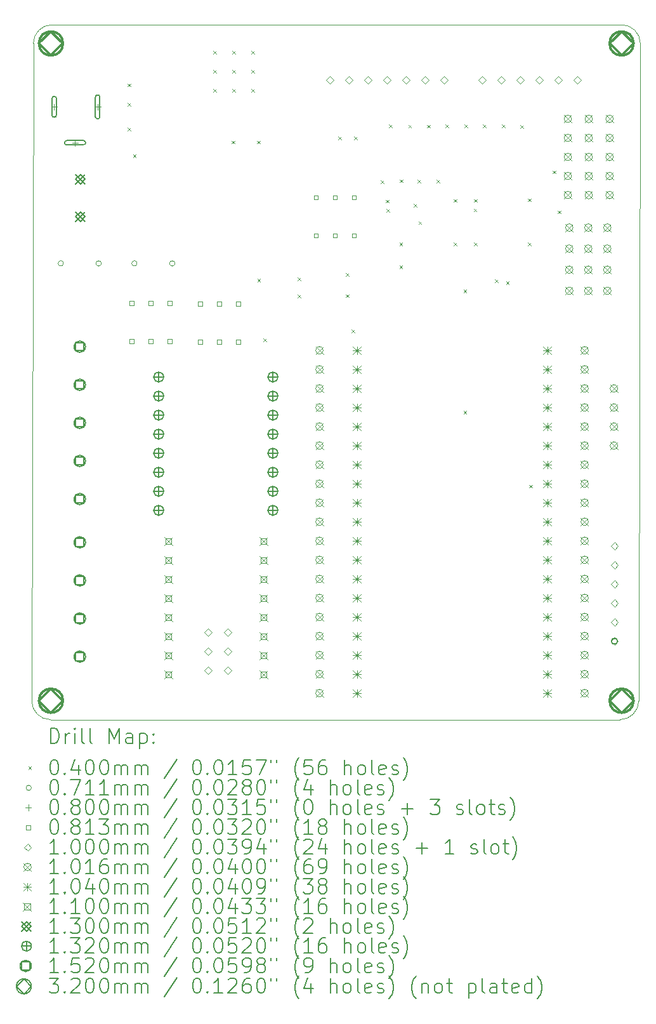
<source format=gbr>
%FSLAX45Y45*%
G04 Gerber Fmt 4.5, Leading zero omitted, Abs format (unit mm)*
G04 Created by KiCad (PCBNEW 6.0.1-79c1e3a40b~116~ubuntu20.04.1) date 2022-11-22 21:03:44*
%MOMM*%
%LPD*%
G01*
G04 APERTURE LIST*
%TA.AperFunction,Profile*%
%ADD10C,0.100000*%
%TD*%
%ADD11C,0.200000*%
%ADD12C,0.040000*%
%ADD13C,0.071100*%
%ADD14C,0.080000*%
%ADD15C,0.081280*%
%ADD16C,0.100000*%
%ADD17C,0.101600*%
%ADD18C,0.104000*%
%ADD19C,0.110000*%
%ADD20C,0.130000*%
%ADD21C,0.132000*%
%ADD22C,0.152000*%
%ADD23C,0.320000*%
G04 APERTURE END LIST*
D10*
X14828518Y-12213223D02*
G75*
G03*
X15078518Y-11963223I0J250000D01*
G01*
X15100000Y-3250000D02*
X15078518Y-11904096D01*
X6978518Y-11904096D02*
X6978518Y-11963223D01*
X14850000Y-2945000D02*
X7250000Y-2945000D01*
X15078518Y-11904096D02*
X15078518Y-11963223D01*
X15100000Y-3195000D02*
G75*
G03*
X14850000Y-2945000I-250000J0D01*
G01*
X7000000Y-3250000D02*
X6978518Y-11904096D01*
X6978518Y-11963223D02*
G75*
G03*
X7228518Y-12213223I250000J0D01*
G01*
X7228518Y-12213223D02*
X14828518Y-12213223D01*
X7000000Y-3195000D02*
X7000000Y-3250000D01*
X7250000Y-2945000D02*
G75*
G03*
X7000000Y-3195000I0J-250000D01*
G01*
X15100000Y-3195000D02*
X15100000Y-3250000D01*
D11*
D12*
X8260000Y-3730000D02*
X8300000Y-3770000D01*
X8300000Y-3730000D02*
X8260000Y-3770000D01*
X8260000Y-3990000D02*
X8300000Y-4030000D01*
X8300000Y-3990000D02*
X8260000Y-4030000D01*
X8260000Y-4320000D02*
X8300000Y-4360000D01*
X8300000Y-4320000D02*
X8260000Y-4360000D01*
X8330500Y-4675500D02*
X8370500Y-4715500D01*
X8370500Y-4675500D02*
X8330500Y-4715500D01*
X9400000Y-3296000D02*
X9440000Y-3336000D01*
X9440000Y-3296000D02*
X9400000Y-3336000D01*
X9400000Y-3550000D02*
X9440000Y-3590000D01*
X9440000Y-3550000D02*
X9400000Y-3590000D01*
X9400000Y-3804000D02*
X9440000Y-3844000D01*
X9440000Y-3804000D02*
X9400000Y-3844000D01*
X9646000Y-4491500D02*
X9686000Y-4531500D01*
X9686000Y-4491500D02*
X9646000Y-4531500D01*
X9654000Y-3296000D02*
X9694000Y-3336000D01*
X9694000Y-3296000D02*
X9654000Y-3336000D01*
X9654000Y-3550000D02*
X9694000Y-3590000D01*
X9694000Y-3550000D02*
X9654000Y-3590000D01*
X9654000Y-3804000D02*
X9694000Y-3844000D01*
X9694000Y-3804000D02*
X9654000Y-3844000D01*
X9908000Y-3296000D02*
X9948000Y-3336000D01*
X9948000Y-3296000D02*
X9908000Y-3336000D01*
X9908000Y-3550000D02*
X9948000Y-3590000D01*
X9948000Y-3550000D02*
X9908000Y-3590000D01*
X9908000Y-3804000D02*
X9948000Y-3844000D01*
X9948000Y-3804000D02*
X9908000Y-3844000D01*
X9986000Y-4491500D02*
X10026000Y-4531500D01*
X10026000Y-4491500D02*
X9986000Y-4531500D01*
X9988685Y-6332000D02*
X10028685Y-6372000D01*
X10028685Y-6332000D02*
X9988685Y-6372000D01*
X10070000Y-7130000D02*
X10110000Y-7170000D01*
X10110000Y-7130000D02*
X10070000Y-7170000D01*
X10530000Y-6318000D02*
X10570000Y-6358000D01*
X10570000Y-6318000D02*
X10530000Y-6358000D01*
X10530000Y-6548000D02*
X10570000Y-6588000D01*
X10570000Y-6548000D02*
X10530000Y-6588000D01*
X11068000Y-4438000D02*
X11108000Y-4478000D01*
X11108000Y-4438000D02*
X11068000Y-4478000D01*
X11168000Y-6260000D02*
X11208000Y-6300000D01*
X11208000Y-6260000D02*
X11168000Y-6300000D01*
X11168000Y-6542000D02*
X11208000Y-6582000D01*
X11208000Y-6542000D02*
X11168000Y-6582000D01*
X11249000Y-7009000D02*
X11289000Y-7049000D01*
X11289000Y-7009000D02*
X11249000Y-7049000D01*
X11279000Y-4437000D02*
X11319000Y-4477000D01*
X11319000Y-4437000D02*
X11279000Y-4477000D01*
X11634950Y-5020000D02*
X11674950Y-5060000D01*
X11674950Y-5020000D02*
X11634950Y-5060000D01*
X11701950Y-5280000D02*
X11741950Y-5320000D01*
X11741950Y-5280000D02*
X11701950Y-5320000D01*
X11712000Y-5400000D02*
X11752000Y-5440000D01*
X11752000Y-5400000D02*
X11712000Y-5440000D01*
X11748000Y-4277000D02*
X11788000Y-4317000D01*
X11788000Y-4277000D02*
X11748000Y-4317000D01*
X11885000Y-6155000D02*
X11925000Y-6195000D01*
X11925000Y-6155000D02*
X11885000Y-6195000D01*
X11887000Y-5851000D02*
X11927000Y-5891000D01*
X11927000Y-5851000D02*
X11887000Y-5891000D01*
X11888000Y-5009000D02*
X11928000Y-5049000D01*
X11928000Y-5009000D02*
X11888000Y-5049000D01*
X12005000Y-4281000D02*
X12045000Y-4321000D01*
X12045000Y-4281000D02*
X12005000Y-4321000D01*
X12077000Y-5337000D02*
X12117000Y-5377000D01*
X12117000Y-5337000D02*
X12077000Y-5377000D01*
X12130000Y-5010000D02*
X12170000Y-5050000D01*
X12170000Y-5010000D02*
X12130000Y-5050000D01*
X12139907Y-5567000D02*
X12179907Y-5607000D01*
X12179907Y-5567000D02*
X12139907Y-5607000D01*
X12253000Y-4280000D02*
X12293000Y-4320000D01*
X12293000Y-4280000D02*
X12253000Y-4320000D01*
X12380000Y-5010000D02*
X12420000Y-5050000D01*
X12420000Y-5010000D02*
X12380000Y-5050000D01*
X12501000Y-4278000D02*
X12541000Y-4318000D01*
X12541000Y-4278000D02*
X12501000Y-4318000D01*
X12610000Y-5270000D02*
X12650000Y-5310000D01*
X12650000Y-5270000D02*
X12610000Y-5310000D01*
X12610000Y-5851000D02*
X12650000Y-5891000D01*
X12650000Y-5851000D02*
X12610000Y-5891000D01*
X12741000Y-8095000D02*
X12781000Y-8135000D01*
X12781000Y-8095000D02*
X12741000Y-8135000D01*
X12742000Y-6480000D02*
X12782000Y-6520000D01*
X12782000Y-6480000D02*
X12742000Y-6520000D01*
X12753000Y-4279000D02*
X12793000Y-4319000D01*
X12793000Y-4279000D02*
X12753000Y-4319000D01*
X12877000Y-5397000D02*
X12917000Y-5437000D01*
X12917000Y-5397000D02*
X12877000Y-5437000D01*
X12880000Y-5270000D02*
X12920000Y-5310000D01*
X12920000Y-5270000D02*
X12880000Y-5310000D01*
X12882000Y-5851000D02*
X12922000Y-5891000D01*
X12922000Y-5851000D02*
X12882000Y-5891000D01*
X13000000Y-4278000D02*
X13040000Y-4318000D01*
X13040000Y-4278000D02*
X13000000Y-4318000D01*
X13160000Y-6340000D02*
X13200000Y-6380000D01*
X13200000Y-6340000D02*
X13160000Y-6380000D01*
X13251000Y-4277000D02*
X13291000Y-4317000D01*
X13291000Y-4277000D02*
X13251000Y-4317000D01*
X13307502Y-6367502D02*
X13347502Y-6407502D01*
X13347502Y-6367502D02*
X13307502Y-6407502D01*
X13498000Y-4282000D02*
X13538000Y-4322000D01*
X13538000Y-4282000D02*
X13498000Y-4322000D01*
X13600350Y-5851650D02*
X13640350Y-5891650D01*
X13640350Y-5851650D02*
X13600350Y-5891650D01*
X13602000Y-5262000D02*
X13642000Y-5302000D01*
X13642000Y-5262000D02*
X13602000Y-5302000D01*
X13620000Y-9080000D02*
X13660000Y-9120000D01*
X13660000Y-9080000D02*
X13620000Y-9120000D01*
X13930000Y-4890000D02*
X13970000Y-4930000D01*
X13970000Y-4890000D02*
X13930000Y-4930000D01*
X13997000Y-5423000D02*
X14037000Y-5463000D01*
X14037000Y-5423000D02*
X13997000Y-5463000D01*
D13*
X7402050Y-6128000D02*
G75*
G03*
X7402050Y-6128000I-35550J0D01*
G01*
X7907050Y-6128000D02*
G75*
G03*
X7907050Y-6128000I-35550J0D01*
G01*
X8384050Y-6128000D02*
G75*
G03*
X8384050Y-6128000I-35550J0D01*
G01*
X8889050Y-6128000D02*
G75*
G03*
X8889050Y-6128000I-35550J0D01*
G01*
D14*
X7278000Y-4000000D02*
X7278000Y-4080000D01*
X7238000Y-4040000D02*
X7318000Y-4040000D01*
D11*
X7248000Y-3930000D02*
X7248000Y-4150000D01*
X7308000Y-3930000D02*
X7308000Y-4150000D01*
X7248000Y-4150000D02*
G75*
G03*
X7308000Y-4150000I30000J0D01*
G01*
X7308000Y-3930000D02*
G75*
G03*
X7248000Y-3930000I-30000J0D01*
G01*
D14*
X7558000Y-4480000D02*
X7558000Y-4560000D01*
X7518000Y-4520000D02*
X7598000Y-4520000D01*
D11*
X7448000Y-4550000D02*
X7668000Y-4550000D01*
X7448000Y-4490000D02*
X7668000Y-4490000D01*
X7668000Y-4550000D02*
G75*
G03*
X7668000Y-4490000I0J30000D01*
G01*
X7448000Y-4490000D02*
G75*
G03*
X7448000Y-4550000I0J-30000D01*
G01*
D14*
X7858000Y-4000000D02*
X7858000Y-4080000D01*
X7818000Y-4040000D02*
X7898000Y-4040000D01*
D11*
X7828000Y-3910000D02*
X7828000Y-4170000D01*
X7888000Y-3910000D02*
X7888000Y-4170000D01*
X7828000Y-4170000D02*
G75*
G03*
X7888000Y-4170000I30000J0D01*
G01*
X7888000Y-3910000D02*
G75*
G03*
X7828000Y-3910000I-30000J0D01*
G01*
D15*
X8340737Y-6688974D02*
X8340737Y-6631500D01*
X8283263Y-6631500D01*
X8283263Y-6688974D01*
X8340737Y-6688974D01*
X8340737Y-7196974D02*
X8340737Y-7139500D01*
X8283263Y-7139500D01*
X8283263Y-7196974D01*
X8340737Y-7196974D01*
X8594737Y-6688974D02*
X8594737Y-6631500D01*
X8537263Y-6631500D01*
X8537263Y-6688974D01*
X8594737Y-6688974D01*
X8594737Y-7196974D02*
X8594737Y-7139500D01*
X8537263Y-7139500D01*
X8537263Y-7196974D01*
X8594737Y-7196974D01*
X8848737Y-6688974D02*
X8848737Y-6631500D01*
X8791263Y-6631500D01*
X8791263Y-6688974D01*
X8848737Y-6688974D01*
X8848737Y-7196974D02*
X8848737Y-7139500D01*
X8791263Y-7139500D01*
X8791263Y-7196974D01*
X8848737Y-7196974D01*
X9254737Y-6694737D02*
X9254737Y-6637263D01*
X9197263Y-6637263D01*
X9197263Y-6694737D01*
X9254737Y-6694737D01*
X9254737Y-7202737D02*
X9254737Y-7145263D01*
X9197263Y-7145263D01*
X9197263Y-7202737D01*
X9254737Y-7202737D01*
X9508737Y-6694737D02*
X9508737Y-6637263D01*
X9451263Y-6637263D01*
X9451263Y-6694737D01*
X9508737Y-6694737D01*
X9508737Y-7202737D02*
X9508737Y-7145263D01*
X9451263Y-7145263D01*
X9451263Y-7202737D01*
X9508737Y-7202737D01*
X9762737Y-6694737D02*
X9762737Y-6637263D01*
X9705263Y-6637263D01*
X9705263Y-6694737D01*
X9762737Y-6694737D01*
X9762737Y-7202737D02*
X9762737Y-7145263D01*
X9705263Y-7145263D01*
X9705263Y-7202737D01*
X9762737Y-7202737D01*
X10800737Y-5277447D02*
X10800737Y-5219973D01*
X10743263Y-5219973D01*
X10743263Y-5277447D01*
X10800737Y-5277447D01*
X10800737Y-5785447D02*
X10800737Y-5727973D01*
X10743263Y-5727973D01*
X10743263Y-5785447D01*
X10800737Y-5785447D01*
X11054737Y-5277447D02*
X11054737Y-5219973D01*
X10997263Y-5219973D01*
X10997263Y-5277447D01*
X11054737Y-5277447D01*
X11054737Y-5785447D02*
X11054737Y-5727973D01*
X10997263Y-5727973D01*
X10997263Y-5785447D01*
X11054737Y-5785447D01*
X11308737Y-5277447D02*
X11308737Y-5219973D01*
X11251263Y-5219973D01*
X11251263Y-5277447D01*
X11308737Y-5277447D01*
X11308737Y-5785447D02*
X11308737Y-5727973D01*
X11251263Y-5727973D01*
X11251263Y-5785447D01*
X11308737Y-5785447D01*
D16*
X9334000Y-11097500D02*
X9384000Y-11047500D01*
X9334000Y-10997500D01*
X9284000Y-11047500D01*
X9334000Y-11097500D01*
X9334000Y-11351500D02*
X9384000Y-11301500D01*
X9334000Y-11251500D01*
X9284000Y-11301500D01*
X9334000Y-11351500D01*
X9334000Y-11605500D02*
X9384000Y-11555500D01*
X9334000Y-11505500D01*
X9284000Y-11555500D01*
X9334000Y-11605500D01*
X9594000Y-11097500D02*
X9644000Y-11047500D01*
X9594000Y-10997500D01*
X9544000Y-11047500D01*
X9594000Y-11097500D01*
X9594000Y-11351500D02*
X9644000Y-11301500D01*
X9594000Y-11251500D01*
X9544000Y-11301500D01*
X9594000Y-11351500D01*
X9594000Y-11605500D02*
X9644000Y-11555500D01*
X9594000Y-11505500D01*
X9544000Y-11555500D01*
X9594000Y-11605500D01*
X10958500Y-3730000D02*
X11008500Y-3680000D01*
X10958500Y-3630000D01*
X10908500Y-3680000D01*
X10958500Y-3730000D01*
X11212500Y-3730000D02*
X11262500Y-3680000D01*
X11212500Y-3630000D01*
X11162500Y-3680000D01*
X11212500Y-3730000D01*
X11466500Y-3730000D02*
X11516500Y-3680000D01*
X11466500Y-3630000D01*
X11416500Y-3680000D01*
X11466500Y-3730000D01*
X11720500Y-3730000D02*
X11770500Y-3680000D01*
X11720500Y-3630000D01*
X11670500Y-3680000D01*
X11720500Y-3730000D01*
X11974500Y-3730000D02*
X12024500Y-3680000D01*
X11974500Y-3630000D01*
X11924500Y-3680000D01*
X11974500Y-3730000D01*
X12228500Y-3730000D02*
X12278500Y-3680000D01*
X12228500Y-3630000D01*
X12178500Y-3680000D01*
X12228500Y-3730000D01*
X12482500Y-3730000D02*
X12532500Y-3680000D01*
X12482500Y-3630000D01*
X12432500Y-3680000D01*
X12482500Y-3730000D01*
X12992000Y-3729000D02*
X13042000Y-3679000D01*
X12992000Y-3629000D01*
X12942000Y-3679000D01*
X12992000Y-3729000D01*
X13246000Y-3729000D02*
X13296000Y-3679000D01*
X13246000Y-3629000D01*
X13196000Y-3679000D01*
X13246000Y-3729000D01*
X13500000Y-3729000D02*
X13550000Y-3679000D01*
X13500000Y-3629000D01*
X13450000Y-3679000D01*
X13500000Y-3729000D01*
X13754000Y-3729000D02*
X13804000Y-3679000D01*
X13754000Y-3629000D01*
X13704000Y-3679000D01*
X13754000Y-3729000D01*
X14008000Y-3729000D02*
X14058000Y-3679000D01*
X14008000Y-3629000D01*
X13958000Y-3679000D01*
X14008000Y-3729000D01*
X14262000Y-3729000D02*
X14312000Y-3679000D01*
X14262000Y-3629000D01*
X14212000Y-3679000D01*
X14262000Y-3729000D01*
X14755000Y-9947773D02*
X14805000Y-9897773D01*
X14755000Y-9847773D01*
X14705000Y-9897773D01*
X14755000Y-9947773D01*
X14755000Y-10201773D02*
X14805000Y-10151773D01*
X14755000Y-10101773D01*
X14705000Y-10151773D01*
X14755000Y-10201773D01*
X14755000Y-10455773D02*
X14805000Y-10405773D01*
X14755000Y-10355773D01*
X14705000Y-10405773D01*
X14755000Y-10455773D01*
X14755000Y-10709773D02*
X14805000Y-10659773D01*
X14755000Y-10609773D01*
X14705000Y-10659773D01*
X14755000Y-10709773D01*
X14755000Y-10963773D02*
X14805000Y-10913773D01*
X14755000Y-10863773D01*
X14705000Y-10913773D01*
X14755000Y-10963773D01*
X14755000Y-11217773D02*
X14805000Y-11167773D01*
X14755000Y-11117773D01*
X14705000Y-11167773D01*
X14755000Y-11217773D01*
D11*
X14795000Y-11167773D02*
X14795000Y-11167773D01*
X14715000Y-11167773D02*
X14715000Y-11167773D01*
X14795000Y-11167773D02*
G75*
G03*
X14715000Y-11167773I-40000J0D01*
G01*
X14715000Y-11167773D02*
G75*
G03*
X14795000Y-11167773I40000J0D01*
G01*
D17*
X10767142Y-7236084D02*
X10868742Y-7337684D01*
X10868742Y-7236084D02*
X10767142Y-7337684D01*
X10868742Y-7286884D02*
G75*
G03*
X10868742Y-7286884I-50800J0D01*
G01*
X10767142Y-7490084D02*
X10868742Y-7591684D01*
X10868742Y-7490084D02*
X10767142Y-7591684D01*
X10868742Y-7540884D02*
G75*
G03*
X10868742Y-7540884I-50800J0D01*
G01*
X10767142Y-7744084D02*
X10868742Y-7845684D01*
X10868742Y-7744084D02*
X10767142Y-7845684D01*
X10868742Y-7794884D02*
G75*
G03*
X10868742Y-7794884I-50800J0D01*
G01*
X10767142Y-7998084D02*
X10868742Y-8099684D01*
X10868742Y-7998084D02*
X10767142Y-8099684D01*
X10868742Y-8048884D02*
G75*
G03*
X10868742Y-8048884I-50800J0D01*
G01*
X10767142Y-8252084D02*
X10868742Y-8353684D01*
X10868742Y-8252084D02*
X10767142Y-8353684D01*
X10868742Y-8302884D02*
G75*
G03*
X10868742Y-8302884I-50800J0D01*
G01*
X10767142Y-8506084D02*
X10868742Y-8607684D01*
X10868742Y-8506084D02*
X10767142Y-8607684D01*
X10868742Y-8556884D02*
G75*
G03*
X10868742Y-8556884I-50800J0D01*
G01*
X10767142Y-8760084D02*
X10868742Y-8861684D01*
X10868742Y-8760084D02*
X10767142Y-8861684D01*
X10868742Y-8810884D02*
G75*
G03*
X10868742Y-8810884I-50800J0D01*
G01*
X10767142Y-9014084D02*
X10868742Y-9115684D01*
X10868742Y-9014084D02*
X10767142Y-9115684D01*
X10868742Y-9064884D02*
G75*
G03*
X10868742Y-9064884I-50800J0D01*
G01*
X10767142Y-9268084D02*
X10868742Y-9369684D01*
X10868742Y-9268084D02*
X10767142Y-9369684D01*
X10868742Y-9318884D02*
G75*
G03*
X10868742Y-9318884I-50800J0D01*
G01*
X10767142Y-9522084D02*
X10868742Y-9623684D01*
X10868742Y-9522084D02*
X10767142Y-9623684D01*
X10868742Y-9572884D02*
G75*
G03*
X10868742Y-9572884I-50800J0D01*
G01*
X10767142Y-9776084D02*
X10868742Y-9877684D01*
X10868742Y-9776084D02*
X10767142Y-9877684D01*
X10868742Y-9826884D02*
G75*
G03*
X10868742Y-9826884I-50800J0D01*
G01*
X10767142Y-10030084D02*
X10868742Y-10131684D01*
X10868742Y-10030084D02*
X10767142Y-10131684D01*
X10868742Y-10080884D02*
G75*
G03*
X10868742Y-10080884I-50800J0D01*
G01*
X10767142Y-10284084D02*
X10868742Y-10385684D01*
X10868742Y-10284084D02*
X10767142Y-10385684D01*
X10868742Y-10334884D02*
G75*
G03*
X10868742Y-10334884I-50800J0D01*
G01*
X10767142Y-10538084D02*
X10868742Y-10639684D01*
X10868742Y-10538084D02*
X10767142Y-10639684D01*
X10868742Y-10588884D02*
G75*
G03*
X10868742Y-10588884I-50800J0D01*
G01*
X10767142Y-10792084D02*
X10868742Y-10893684D01*
X10868742Y-10792084D02*
X10767142Y-10893684D01*
X10868742Y-10842884D02*
G75*
G03*
X10868742Y-10842884I-50800J0D01*
G01*
X10767142Y-11046084D02*
X10868742Y-11147684D01*
X10868742Y-11046084D02*
X10767142Y-11147684D01*
X10868742Y-11096884D02*
G75*
G03*
X10868742Y-11096884I-50800J0D01*
G01*
X10767142Y-11300084D02*
X10868742Y-11401684D01*
X10868742Y-11300084D02*
X10767142Y-11401684D01*
X10868742Y-11350884D02*
G75*
G03*
X10868742Y-11350884I-50800J0D01*
G01*
X10767142Y-11554084D02*
X10868742Y-11655684D01*
X10868742Y-11554084D02*
X10767142Y-11655684D01*
X10868742Y-11604884D02*
G75*
G03*
X10868742Y-11604884I-50800J0D01*
G01*
X10767142Y-11808084D02*
X10868742Y-11909684D01*
X10868742Y-11808084D02*
X10767142Y-11909684D01*
X10868742Y-11858884D02*
G75*
G03*
X10868742Y-11858884I-50800J0D01*
G01*
X14082454Y-4149000D02*
X14184054Y-4250600D01*
X14184054Y-4149000D02*
X14082454Y-4250600D01*
X14184054Y-4199800D02*
G75*
G03*
X14184054Y-4199800I-50800J0D01*
G01*
X14082454Y-4403000D02*
X14184054Y-4504600D01*
X14184054Y-4403000D02*
X14082454Y-4504600D01*
X14184054Y-4453800D02*
G75*
G03*
X14184054Y-4453800I-50800J0D01*
G01*
X14082454Y-4657000D02*
X14184054Y-4758600D01*
X14184054Y-4657000D02*
X14082454Y-4758600D01*
X14184054Y-4707800D02*
G75*
G03*
X14184054Y-4707800I-50800J0D01*
G01*
X14082454Y-4911000D02*
X14184054Y-5012600D01*
X14184054Y-4911000D02*
X14082454Y-5012600D01*
X14184054Y-4961800D02*
G75*
G03*
X14184054Y-4961800I-50800J0D01*
G01*
X14082454Y-5165000D02*
X14184054Y-5266600D01*
X14184054Y-5165000D02*
X14082454Y-5266600D01*
X14184054Y-5215800D02*
G75*
G03*
X14184054Y-5215800I-50800J0D01*
G01*
X14100200Y-6161200D02*
X14201800Y-6262800D01*
X14201800Y-6161200D02*
X14100200Y-6262800D01*
X14201800Y-6212000D02*
G75*
G03*
X14201800Y-6212000I-50800J0D01*
G01*
X14101200Y-5600200D02*
X14202800Y-5701800D01*
X14202800Y-5600200D02*
X14101200Y-5701800D01*
X14202800Y-5651000D02*
G75*
G03*
X14202800Y-5651000I-50800J0D01*
G01*
X14101200Y-5880200D02*
X14202800Y-5981800D01*
X14202800Y-5880200D02*
X14101200Y-5981800D01*
X14202800Y-5931000D02*
G75*
G03*
X14202800Y-5931000I-50800J0D01*
G01*
X14101200Y-6442600D02*
X14202800Y-6544200D01*
X14202800Y-6442600D02*
X14101200Y-6544200D01*
X14202800Y-6493400D02*
G75*
G03*
X14202800Y-6493400I-50800J0D01*
G01*
X14306142Y-7236084D02*
X14407742Y-7337684D01*
X14407742Y-7236084D02*
X14306142Y-7337684D01*
X14407742Y-7286884D02*
G75*
G03*
X14407742Y-7286884I-50800J0D01*
G01*
X14306142Y-7490084D02*
X14407742Y-7591684D01*
X14407742Y-7490084D02*
X14306142Y-7591684D01*
X14407742Y-7540884D02*
G75*
G03*
X14407742Y-7540884I-50800J0D01*
G01*
X14306142Y-7744084D02*
X14407742Y-7845684D01*
X14407742Y-7744084D02*
X14306142Y-7845684D01*
X14407742Y-7794884D02*
G75*
G03*
X14407742Y-7794884I-50800J0D01*
G01*
X14306142Y-7998084D02*
X14407742Y-8099684D01*
X14407742Y-7998084D02*
X14306142Y-8099684D01*
X14407742Y-8048884D02*
G75*
G03*
X14407742Y-8048884I-50800J0D01*
G01*
X14306142Y-8252084D02*
X14407742Y-8353684D01*
X14407742Y-8252084D02*
X14306142Y-8353684D01*
X14407742Y-8302884D02*
G75*
G03*
X14407742Y-8302884I-50800J0D01*
G01*
X14306142Y-8506084D02*
X14407742Y-8607684D01*
X14407742Y-8506084D02*
X14306142Y-8607684D01*
X14407742Y-8556884D02*
G75*
G03*
X14407742Y-8556884I-50800J0D01*
G01*
X14306142Y-8760084D02*
X14407742Y-8861684D01*
X14407742Y-8760084D02*
X14306142Y-8861684D01*
X14407742Y-8810884D02*
G75*
G03*
X14407742Y-8810884I-50800J0D01*
G01*
X14306142Y-9014084D02*
X14407742Y-9115684D01*
X14407742Y-9014084D02*
X14306142Y-9115684D01*
X14407742Y-9064884D02*
G75*
G03*
X14407742Y-9064884I-50800J0D01*
G01*
X14306142Y-9268084D02*
X14407742Y-9369684D01*
X14407742Y-9268084D02*
X14306142Y-9369684D01*
X14407742Y-9318884D02*
G75*
G03*
X14407742Y-9318884I-50800J0D01*
G01*
X14306142Y-9522084D02*
X14407742Y-9623684D01*
X14407742Y-9522084D02*
X14306142Y-9623684D01*
X14407742Y-9572884D02*
G75*
G03*
X14407742Y-9572884I-50800J0D01*
G01*
X14306142Y-9776084D02*
X14407742Y-9877684D01*
X14407742Y-9776084D02*
X14306142Y-9877684D01*
X14407742Y-9826884D02*
G75*
G03*
X14407742Y-9826884I-50800J0D01*
G01*
X14306142Y-10030084D02*
X14407742Y-10131684D01*
X14407742Y-10030084D02*
X14306142Y-10131684D01*
X14407742Y-10080884D02*
G75*
G03*
X14407742Y-10080884I-50800J0D01*
G01*
X14306142Y-10284084D02*
X14407742Y-10385684D01*
X14407742Y-10284084D02*
X14306142Y-10385684D01*
X14407742Y-10334884D02*
G75*
G03*
X14407742Y-10334884I-50800J0D01*
G01*
X14306142Y-10538084D02*
X14407742Y-10639684D01*
X14407742Y-10538084D02*
X14306142Y-10639684D01*
X14407742Y-10588884D02*
G75*
G03*
X14407742Y-10588884I-50800J0D01*
G01*
X14306142Y-10792084D02*
X14407742Y-10893684D01*
X14407742Y-10792084D02*
X14306142Y-10893684D01*
X14407742Y-10842884D02*
G75*
G03*
X14407742Y-10842884I-50800J0D01*
G01*
X14306142Y-11046084D02*
X14407742Y-11147684D01*
X14407742Y-11046084D02*
X14306142Y-11147684D01*
X14407742Y-11096884D02*
G75*
G03*
X14407742Y-11096884I-50800J0D01*
G01*
X14306142Y-11300084D02*
X14407742Y-11401684D01*
X14407742Y-11300084D02*
X14306142Y-11401684D01*
X14407742Y-11350884D02*
G75*
G03*
X14407742Y-11350884I-50800J0D01*
G01*
X14306142Y-11554084D02*
X14407742Y-11655684D01*
X14407742Y-11554084D02*
X14306142Y-11655684D01*
X14407742Y-11604884D02*
G75*
G03*
X14407742Y-11604884I-50800J0D01*
G01*
X14306142Y-11808084D02*
X14407742Y-11909684D01*
X14407742Y-11808084D02*
X14306142Y-11909684D01*
X14407742Y-11858884D02*
G75*
G03*
X14407742Y-11858884I-50800J0D01*
G01*
X14354200Y-6161200D02*
X14455800Y-6262800D01*
X14455800Y-6161200D02*
X14354200Y-6262800D01*
X14455800Y-6212000D02*
G75*
G03*
X14455800Y-6212000I-50800J0D01*
G01*
X14355200Y-5600200D02*
X14456800Y-5701800D01*
X14456800Y-5600200D02*
X14355200Y-5701800D01*
X14456800Y-5651000D02*
G75*
G03*
X14456800Y-5651000I-50800J0D01*
G01*
X14355200Y-5880200D02*
X14456800Y-5981800D01*
X14456800Y-5880200D02*
X14355200Y-5981800D01*
X14456800Y-5931000D02*
G75*
G03*
X14456800Y-5931000I-50800J0D01*
G01*
X14355200Y-6442600D02*
X14456800Y-6544200D01*
X14456800Y-6442600D02*
X14355200Y-6544200D01*
X14456800Y-6493400D02*
G75*
G03*
X14456800Y-6493400I-50800J0D01*
G01*
X14361454Y-4149800D02*
X14463054Y-4251400D01*
X14463054Y-4149800D02*
X14361454Y-4251400D01*
X14463054Y-4200600D02*
G75*
G03*
X14463054Y-4200600I-50800J0D01*
G01*
X14361454Y-4403800D02*
X14463054Y-4505400D01*
X14463054Y-4403800D02*
X14361454Y-4505400D01*
X14463054Y-4454600D02*
G75*
G03*
X14463054Y-4454600I-50800J0D01*
G01*
X14361454Y-4657800D02*
X14463054Y-4759400D01*
X14463054Y-4657800D02*
X14361454Y-4759400D01*
X14463054Y-4708600D02*
G75*
G03*
X14463054Y-4708600I-50800J0D01*
G01*
X14361454Y-4911800D02*
X14463054Y-5013400D01*
X14463054Y-4911800D02*
X14361454Y-5013400D01*
X14463054Y-4962600D02*
G75*
G03*
X14463054Y-4962600I-50800J0D01*
G01*
X14361454Y-5165800D02*
X14463054Y-5267400D01*
X14463054Y-5165800D02*
X14361454Y-5267400D01*
X14463054Y-5216600D02*
G75*
G03*
X14463054Y-5216600I-50800J0D01*
G01*
X14608200Y-6161200D02*
X14709800Y-6262800D01*
X14709800Y-6161200D02*
X14608200Y-6262800D01*
X14709800Y-6212000D02*
G75*
G03*
X14709800Y-6212000I-50800J0D01*
G01*
X14609200Y-5600200D02*
X14710800Y-5701800D01*
X14710800Y-5600200D02*
X14609200Y-5701800D01*
X14710800Y-5651000D02*
G75*
G03*
X14710800Y-5651000I-50800J0D01*
G01*
X14609200Y-5880200D02*
X14710800Y-5981800D01*
X14710800Y-5880200D02*
X14609200Y-5981800D01*
X14710800Y-5931000D02*
G75*
G03*
X14710800Y-5931000I-50800J0D01*
G01*
X14609200Y-6442600D02*
X14710800Y-6544200D01*
X14710800Y-6442600D02*
X14609200Y-6544200D01*
X14710800Y-6493400D02*
G75*
G03*
X14710800Y-6493400I-50800J0D01*
G01*
X14639200Y-4149200D02*
X14740800Y-4250800D01*
X14740800Y-4149200D02*
X14639200Y-4250800D01*
X14740800Y-4200000D02*
G75*
G03*
X14740800Y-4200000I-50800J0D01*
G01*
X14639200Y-4403200D02*
X14740800Y-4504800D01*
X14740800Y-4403200D02*
X14639200Y-4504800D01*
X14740800Y-4454000D02*
G75*
G03*
X14740800Y-4454000I-50800J0D01*
G01*
X14639200Y-4657200D02*
X14740800Y-4758800D01*
X14740800Y-4657200D02*
X14639200Y-4758800D01*
X14740800Y-4708000D02*
G75*
G03*
X14740800Y-4708000I-50800J0D01*
G01*
X14639200Y-4911200D02*
X14740800Y-5012800D01*
X14740800Y-4911200D02*
X14639200Y-5012800D01*
X14740800Y-4962000D02*
G75*
G03*
X14740800Y-4962000I-50800J0D01*
G01*
X14639200Y-5165200D02*
X14740800Y-5266800D01*
X14740800Y-5165200D02*
X14639200Y-5266800D01*
X14740800Y-5216000D02*
G75*
G03*
X14740800Y-5216000I-50800J0D01*
G01*
X14697200Y-7745200D02*
X14798800Y-7846800D01*
X14798800Y-7745200D02*
X14697200Y-7846800D01*
X14798800Y-7796000D02*
G75*
G03*
X14798800Y-7796000I-50800J0D01*
G01*
X14697200Y-7999200D02*
X14798800Y-8100800D01*
X14798800Y-7999200D02*
X14697200Y-8100800D01*
X14798800Y-8050000D02*
G75*
G03*
X14798800Y-8050000I-50800J0D01*
G01*
X14697200Y-8253200D02*
X14798800Y-8354800D01*
X14798800Y-8253200D02*
X14697200Y-8354800D01*
X14798800Y-8304000D02*
G75*
G03*
X14798800Y-8304000I-50800J0D01*
G01*
X14697200Y-8507200D02*
X14798800Y-8608800D01*
X14798800Y-8507200D02*
X14697200Y-8608800D01*
X14798800Y-8558000D02*
G75*
G03*
X14798800Y-8558000I-50800J0D01*
G01*
D18*
X11265942Y-7234884D02*
X11369942Y-7338884D01*
X11369942Y-7234884D02*
X11265942Y-7338884D01*
X11317942Y-7234884D02*
X11317942Y-7338884D01*
X11265942Y-7286884D02*
X11369942Y-7286884D01*
X11265942Y-7488884D02*
X11369942Y-7592884D01*
X11369942Y-7488884D02*
X11265942Y-7592884D01*
X11317942Y-7488884D02*
X11317942Y-7592884D01*
X11265942Y-7540884D02*
X11369942Y-7540884D01*
X11265942Y-7742884D02*
X11369942Y-7846884D01*
X11369942Y-7742884D02*
X11265942Y-7846884D01*
X11317942Y-7742884D02*
X11317942Y-7846884D01*
X11265942Y-7794884D02*
X11369942Y-7794884D01*
X11265942Y-7996884D02*
X11369942Y-8100884D01*
X11369942Y-7996884D02*
X11265942Y-8100884D01*
X11317942Y-7996884D02*
X11317942Y-8100884D01*
X11265942Y-8048884D02*
X11369942Y-8048884D01*
X11265942Y-8250884D02*
X11369942Y-8354884D01*
X11369942Y-8250884D02*
X11265942Y-8354884D01*
X11317942Y-8250884D02*
X11317942Y-8354884D01*
X11265942Y-8302884D02*
X11369942Y-8302884D01*
X11265942Y-8504884D02*
X11369942Y-8608884D01*
X11369942Y-8504884D02*
X11265942Y-8608884D01*
X11317942Y-8504884D02*
X11317942Y-8608884D01*
X11265942Y-8556884D02*
X11369942Y-8556884D01*
X11265942Y-8758884D02*
X11369942Y-8862884D01*
X11369942Y-8758884D02*
X11265942Y-8862884D01*
X11317942Y-8758884D02*
X11317942Y-8862884D01*
X11265942Y-8810884D02*
X11369942Y-8810884D01*
X11265942Y-9012884D02*
X11369942Y-9116884D01*
X11369942Y-9012884D02*
X11265942Y-9116884D01*
X11317942Y-9012884D02*
X11317942Y-9116884D01*
X11265942Y-9064884D02*
X11369942Y-9064884D01*
X11265942Y-9266884D02*
X11369942Y-9370884D01*
X11369942Y-9266884D02*
X11265942Y-9370884D01*
X11317942Y-9266884D02*
X11317942Y-9370884D01*
X11265942Y-9318884D02*
X11369942Y-9318884D01*
X11265942Y-9520884D02*
X11369942Y-9624884D01*
X11369942Y-9520884D02*
X11265942Y-9624884D01*
X11317942Y-9520884D02*
X11317942Y-9624884D01*
X11265942Y-9572884D02*
X11369942Y-9572884D01*
X11265942Y-9774884D02*
X11369942Y-9878884D01*
X11369942Y-9774884D02*
X11265942Y-9878884D01*
X11317942Y-9774884D02*
X11317942Y-9878884D01*
X11265942Y-9826884D02*
X11369942Y-9826884D01*
X11265942Y-10028884D02*
X11369942Y-10132884D01*
X11369942Y-10028884D02*
X11265942Y-10132884D01*
X11317942Y-10028884D02*
X11317942Y-10132884D01*
X11265942Y-10080884D02*
X11369942Y-10080884D01*
X11265942Y-10282884D02*
X11369942Y-10386884D01*
X11369942Y-10282884D02*
X11265942Y-10386884D01*
X11317942Y-10282884D02*
X11317942Y-10386884D01*
X11265942Y-10334884D02*
X11369942Y-10334884D01*
X11265942Y-10536884D02*
X11369942Y-10640884D01*
X11369942Y-10536884D02*
X11265942Y-10640884D01*
X11317942Y-10536884D02*
X11317942Y-10640884D01*
X11265942Y-10588884D02*
X11369942Y-10588884D01*
X11265942Y-10790884D02*
X11369942Y-10894884D01*
X11369942Y-10790884D02*
X11265942Y-10894884D01*
X11317942Y-10790884D02*
X11317942Y-10894884D01*
X11265942Y-10842884D02*
X11369942Y-10842884D01*
X11265942Y-11044884D02*
X11369942Y-11148884D01*
X11369942Y-11044884D02*
X11265942Y-11148884D01*
X11317942Y-11044884D02*
X11317942Y-11148884D01*
X11265942Y-11096884D02*
X11369942Y-11096884D01*
X11265942Y-11298884D02*
X11369942Y-11402884D01*
X11369942Y-11298884D02*
X11265942Y-11402884D01*
X11317942Y-11298884D02*
X11317942Y-11402884D01*
X11265942Y-11350884D02*
X11369942Y-11350884D01*
X11265942Y-11552884D02*
X11369942Y-11656884D01*
X11369942Y-11552884D02*
X11265942Y-11656884D01*
X11317942Y-11552884D02*
X11317942Y-11656884D01*
X11265942Y-11604884D02*
X11369942Y-11604884D01*
X11265942Y-11806884D02*
X11369942Y-11910884D01*
X11369942Y-11806884D02*
X11265942Y-11910884D01*
X11317942Y-11806884D02*
X11317942Y-11910884D01*
X11265942Y-11858884D02*
X11369942Y-11858884D01*
X13805942Y-7234884D02*
X13909942Y-7338884D01*
X13909942Y-7234884D02*
X13805942Y-7338884D01*
X13857942Y-7234884D02*
X13857942Y-7338884D01*
X13805942Y-7286884D02*
X13909942Y-7286884D01*
X13805942Y-7488884D02*
X13909942Y-7592884D01*
X13909942Y-7488884D02*
X13805942Y-7592884D01*
X13857942Y-7488884D02*
X13857942Y-7592884D01*
X13805942Y-7540884D02*
X13909942Y-7540884D01*
X13805942Y-7742884D02*
X13909942Y-7846884D01*
X13909942Y-7742884D02*
X13805942Y-7846884D01*
X13857942Y-7742884D02*
X13857942Y-7846884D01*
X13805942Y-7794884D02*
X13909942Y-7794884D01*
X13805942Y-7996884D02*
X13909942Y-8100884D01*
X13909942Y-7996884D02*
X13805942Y-8100884D01*
X13857942Y-7996884D02*
X13857942Y-8100884D01*
X13805942Y-8048884D02*
X13909942Y-8048884D01*
X13805942Y-8250884D02*
X13909942Y-8354884D01*
X13909942Y-8250884D02*
X13805942Y-8354884D01*
X13857942Y-8250884D02*
X13857942Y-8354884D01*
X13805942Y-8302884D02*
X13909942Y-8302884D01*
X13805942Y-8504884D02*
X13909942Y-8608884D01*
X13909942Y-8504884D02*
X13805942Y-8608884D01*
X13857942Y-8504884D02*
X13857942Y-8608884D01*
X13805942Y-8556884D02*
X13909942Y-8556884D01*
X13805942Y-8758884D02*
X13909942Y-8862884D01*
X13909942Y-8758884D02*
X13805942Y-8862884D01*
X13857942Y-8758884D02*
X13857942Y-8862884D01*
X13805942Y-8810884D02*
X13909942Y-8810884D01*
X13805942Y-9012884D02*
X13909942Y-9116884D01*
X13909942Y-9012884D02*
X13805942Y-9116884D01*
X13857942Y-9012884D02*
X13857942Y-9116884D01*
X13805942Y-9064884D02*
X13909942Y-9064884D01*
X13805942Y-9266884D02*
X13909942Y-9370884D01*
X13909942Y-9266884D02*
X13805942Y-9370884D01*
X13857942Y-9266884D02*
X13857942Y-9370884D01*
X13805942Y-9318884D02*
X13909942Y-9318884D01*
X13805942Y-9520884D02*
X13909942Y-9624884D01*
X13909942Y-9520884D02*
X13805942Y-9624884D01*
X13857942Y-9520884D02*
X13857942Y-9624884D01*
X13805942Y-9572884D02*
X13909942Y-9572884D01*
X13805942Y-9774884D02*
X13909942Y-9878884D01*
X13909942Y-9774884D02*
X13805942Y-9878884D01*
X13857942Y-9774884D02*
X13857942Y-9878884D01*
X13805942Y-9826884D02*
X13909942Y-9826884D01*
X13805942Y-10028884D02*
X13909942Y-10132884D01*
X13909942Y-10028884D02*
X13805942Y-10132884D01*
X13857942Y-10028884D02*
X13857942Y-10132884D01*
X13805942Y-10080884D02*
X13909942Y-10080884D01*
X13805942Y-10282884D02*
X13909942Y-10386884D01*
X13909942Y-10282884D02*
X13805942Y-10386884D01*
X13857942Y-10282884D02*
X13857942Y-10386884D01*
X13805942Y-10334884D02*
X13909942Y-10334884D01*
X13805942Y-10536884D02*
X13909942Y-10640884D01*
X13909942Y-10536884D02*
X13805942Y-10640884D01*
X13857942Y-10536884D02*
X13857942Y-10640884D01*
X13805942Y-10588884D02*
X13909942Y-10588884D01*
X13805942Y-10790884D02*
X13909942Y-10894884D01*
X13909942Y-10790884D02*
X13805942Y-10894884D01*
X13857942Y-10790884D02*
X13857942Y-10894884D01*
X13805942Y-10842884D02*
X13909942Y-10842884D01*
X13805942Y-11044884D02*
X13909942Y-11148884D01*
X13909942Y-11044884D02*
X13805942Y-11148884D01*
X13857942Y-11044884D02*
X13857942Y-11148884D01*
X13805942Y-11096884D02*
X13909942Y-11096884D01*
X13805942Y-11298884D02*
X13909942Y-11402884D01*
X13909942Y-11298884D02*
X13805942Y-11402884D01*
X13857942Y-11298884D02*
X13857942Y-11402884D01*
X13805942Y-11350884D02*
X13909942Y-11350884D01*
X13805942Y-11552884D02*
X13909942Y-11656884D01*
X13909942Y-11552884D02*
X13805942Y-11656884D01*
X13857942Y-11552884D02*
X13857942Y-11656884D01*
X13805942Y-11604884D02*
X13909942Y-11604884D01*
X13805942Y-11806884D02*
X13909942Y-11910884D01*
X13909942Y-11806884D02*
X13805942Y-11910884D01*
X13857942Y-11806884D02*
X13857942Y-11910884D01*
X13805942Y-11858884D02*
X13909942Y-11858884D01*
D19*
X8750000Y-9776000D02*
X8860000Y-9886000D01*
X8860000Y-9776000D02*
X8750000Y-9886000D01*
X8843891Y-9869891D02*
X8843891Y-9792109D01*
X8766109Y-9792109D01*
X8766109Y-9869891D01*
X8843891Y-9869891D01*
X8750000Y-10030000D02*
X8860000Y-10140000D01*
X8860000Y-10030000D02*
X8750000Y-10140000D01*
X8843891Y-10123891D02*
X8843891Y-10046109D01*
X8766109Y-10046109D01*
X8766109Y-10123891D01*
X8843891Y-10123891D01*
X8750000Y-10284000D02*
X8860000Y-10394000D01*
X8860000Y-10284000D02*
X8750000Y-10394000D01*
X8843891Y-10377891D02*
X8843891Y-10300109D01*
X8766109Y-10300109D01*
X8766109Y-10377891D01*
X8843891Y-10377891D01*
X8750000Y-10538000D02*
X8860000Y-10648000D01*
X8860000Y-10538000D02*
X8750000Y-10648000D01*
X8843891Y-10631891D02*
X8843891Y-10554109D01*
X8766109Y-10554109D01*
X8766109Y-10631891D01*
X8843891Y-10631891D01*
X8750000Y-10792000D02*
X8860000Y-10902000D01*
X8860000Y-10792000D02*
X8750000Y-10902000D01*
X8843891Y-10885891D02*
X8843891Y-10808109D01*
X8766109Y-10808109D01*
X8766109Y-10885891D01*
X8843891Y-10885891D01*
X8750000Y-11046000D02*
X8860000Y-11156000D01*
X8860000Y-11046000D02*
X8750000Y-11156000D01*
X8843891Y-11139891D02*
X8843891Y-11062109D01*
X8766109Y-11062109D01*
X8766109Y-11139891D01*
X8843891Y-11139891D01*
X8750000Y-11300000D02*
X8860000Y-11410000D01*
X8860000Y-11300000D02*
X8750000Y-11410000D01*
X8843891Y-11393891D02*
X8843891Y-11316109D01*
X8766109Y-11316109D01*
X8766109Y-11393891D01*
X8843891Y-11393891D01*
X8750000Y-11554000D02*
X8860000Y-11664000D01*
X8860000Y-11554000D02*
X8750000Y-11664000D01*
X8843891Y-11647891D02*
X8843891Y-11570109D01*
X8766109Y-11570109D01*
X8766109Y-11647891D01*
X8843891Y-11647891D01*
X10020000Y-9776000D02*
X10130000Y-9886000D01*
X10130000Y-9776000D02*
X10020000Y-9886000D01*
X10113891Y-9869891D02*
X10113891Y-9792109D01*
X10036109Y-9792109D01*
X10036109Y-9869891D01*
X10113891Y-9869891D01*
X10020000Y-10030000D02*
X10130000Y-10140000D01*
X10130000Y-10030000D02*
X10020000Y-10140000D01*
X10113891Y-10123891D02*
X10113891Y-10046109D01*
X10036109Y-10046109D01*
X10036109Y-10123891D01*
X10113891Y-10123891D01*
X10020000Y-10284000D02*
X10130000Y-10394000D01*
X10130000Y-10284000D02*
X10020000Y-10394000D01*
X10113891Y-10377891D02*
X10113891Y-10300109D01*
X10036109Y-10300109D01*
X10036109Y-10377891D01*
X10113891Y-10377891D01*
X10020000Y-10538000D02*
X10130000Y-10648000D01*
X10130000Y-10538000D02*
X10020000Y-10648000D01*
X10113891Y-10631891D02*
X10113891Y-10554109D01*
X10036109Y-10554109D01*
X10036109Y-10631891D01*
X10113891Y-10631891D01*
X10020000Y-10792000D02*
X10130000Y-10902000D01*
X10130000Y-10792000D02*
X10020000Y-10902000D01*
X10113891Y-10885891D02*
X10113891Y-10808109D01*
X10036109Y-10808109D01*
X10036109Y-10885891D01*
X10113891Y-10885891D01*
X10020000Y-11046000D02*
X10130000Y-11156000D01*
X10130000Y-11046000D02*
X10020000Y-11156000D01*
X10113891Y-11139891D02*
X10113891Y-11062109D01*
X10036109Y-11062109D01*
X10036109Y-11139891D01*
X10113891Y-11139891D01*
X10020000Y-11300000D02*
X10130000Y-11410000D01*
X10130000Y-11300000D02*
X10020000Y-11410000D01*
X10113891Y-11393891D02*
X10113891Y-11316109D01*
X10036109Y-11316109D01*
X10036109Y-11393891D01*
X10113891Y-11393891D01*
X10020000Y-11554000D02*
X10130000Y-11664000D01*
X10130000Y-11554000D02*
X10020000Y-11664000D01*
X10113891Y-11647891D02*
X10113891Y-11570109D01*
X10036109Y-11570109D01*
X10036109Y-11647891D01*
X10113891Y-11647891D01*
D20*
X7562000Y-4940372D02*
X7692000Y-5070372D01*
X7692000Y-4940372D02*
X7562000Y-5070372D01*
X7627000Y-5070372D02*
X7692000Y-5005372D01*
X7627000Y-4940372D01*
X7562000Y-5005372D01*
X7627000Y-5070372D01*
X7562000Y-5440372D02*
X7692000Y-5570372D01*
X7692000Y-5440372D02*
X7562000Y-5570372D01*
X7627000Y-5570372D02*
X7692000Y-5505372D01*
X7627000Y-5440372D01*
X7562000Y-5505372D01*
X7627000Y-5570372D01*
D21*
X8672000Y-7576758D02*
X8672000Y-7708758D01*
X8606000Y-7642758D02*
X8738000Y-7642758D01*
X8738000Y-7642758D02*
G75*
G03*
X8738000Y-7642758I-66000J0D01*
G01*
X8672000Y-7830758D02*
X8672000Y-7962758D01*
X8606000Y-7896758D02*
X8738000Y-7896758D01*
X8738000Y-7896758D02*
G75*
G03*
X8738000Y-7896758I-66000J0D01*
G01*
X8672000Y-8084758D02*
X8672000Y-8216758D01*
X8606000Y-8150758D02*
X8738000Y-8150758D01*
X8738000Y-8150758D02*
G75*
G03*
X8738000Y-8150758I-66000J0D01*
G01*
X8672000Y-8338758D02*
X8672000Y-8470758D01*
X8606000Y-8404758D02*
X8738000Y-8404758D01*
X8738000Y-8404758D02*
G75*
G03*
X8738000Y-8404758I-66000J0D01*
G01*
X8672000Y-8592758D02*
X8672000Y-8724758D01*
X8606000Y-8658758D02*
X8738000Y-8658758D01*
X8738000Y-8658758D02*
G75*
G03*
X8738000Y-8658758I-66000J0D01*
G01*
X8672000Y-8846758D02*
X8672000Y-8978758D01*
X8606000Y-8912758D02*
X8738000Y-8912758D01*
X8738000Y-8912758D02*
G75*
G03*
X8738000Y-8912758I-66000J0D01*
G01*
X8672000Y-9100758D02*
X8672000Y-9232758D01*
X8606000Y-9166758D02*
X8738000Y-9166758D01*
X8738000Y-9166758D02*
G75*
G03*
X8738000Y-9166758I-66000J0D01*
G01*
X8672000Y-9354758D02*
X8672000Y-9486758D01*
X8606000Y-9420758D02*
X8738000Y-9420758D01*
X8738000Y-9420758D02*
G75*
G03*
X8738000Y-9420758I-66000J0D01*
G01*
X10196000Y-7576758D02*
X10196000Y-7708758D01*
X10130000Y-7642758D02*
X10262000Y-7642758D01*
X10262000Y-7642758D02*
G75*
G03*
X10262000Y-7642758I-66000J0D01*
G01*
X10196000Y-7830758D02*
X10196000Y-7962758D01*
X10130000Y-7896758D02*
X10262000Y-7896758D01*
X10262000Y-7896758D02*
G75*
G03*
X10262000Y-7896758I-66000J0D01*
G01*
X10196000Y-8084758D02*
X10196000Y-8216758D01*
X10130000Y-8150758D02*
X10262000Y-8150758D01*
X10262000Y-8150758D02*
G75*
G03*
X10262000Y-8150758I-66000J0D01*
G01*
X10196000Y-8338758D02*
X10196000Y-8470758D01*
X10130000Y-8404758D02*
X10262000Y-8404758D01*
X10262000Y-8404758D02*
G75*
G03*
X10262000Y-8404758I-66000J0D01*
G01*
X10196000Y-8592758D02*
X10196000Y-8724758D01*
X10130000Y-8658758D02*
X10262000Y-8658758D01*
X10262000Y-8658758D02*
G75*
G03*
X10262000Y-8658758I-66000J0D01*
G01*
X10196000Y-8846758D02*
X10196000Y-8978758D01*
X10130000Y-8912758D02*
X10262000Y-8912758D01*
X10262000Y-8912758D02*
G75*
G03*
X10262000Y-8912758I-66000J0D01*
G01*
X10196000Y-9100758D02*
X10196000Y-9232758D01*
X10130000Y-9166758D02*
X10262000Y-9166758D01*
X10262000Y-9166758D02*
G75*
G03*
X10262000Y-9166758I-66000J0D01*
G01*
X10196000Y-9354758D02*
X10196000Y-9486758D01*
X10130000Y-9420758D02*
X10262000Y-9420758D01*
X10262000Y-9420758D02*
G75*
G03*
X10262000Y-9420758I-66000J0D01*
G01*
D22*
X7673741Y-7292741D02*
X7673741Y-7185259D01*
X7566259Y-7185259D01*
X7566259Y-7292741D01*
X7673741Y-7292741D01*
X7696000Y-7239000D02*
G75*
G03*
X7696000Y-7239000I-76000J0D01*
G01*
X7673741Y-7800741D02*
X7673741Y-7693259D01*
X7566259Y-7693259D01*
X7566259Y-7800741D01*
X7673741Y-7800741D01*
X7696000Y-7747000D02*
G75*
G03*
X7696000Y-7747000I-76000J0D01*
G01*
X7673741Y-8308741D02*
X7673741Y-8201259D01*
X7566259Y-8201259D01*
X7566259Y-8308741D01*
X7673741Y-8308741D01*
X7696000Y-8255000D02*
G75*
G03*
X7696000Y-8255000I-76000J0D01*
G01*
X7673741Y-8816741D02*
X7673741Y-8709259D01*
X7566259Y-8709259D01*
X7566259Y-8816741D01*
X7673741Y-8816741D01*
X7696000Y-8763000D02*
G75*
G03*
X7696000Y-8763000I-76000J0D01*
G01*
X7673741Y-9324741D02*
X7673741Y-9217259D01*
X7566259Y-9217259D01*
X7566259Y-9324741D01*
X7673741Y-9324741D01*
X7696000Y-9271000D02*
G75*
G03*
X7696000Y-9271000I-76000J0D01*
G01*
X7673741Y-9901741D02*
X7673741Y-9794259D01*
X7566259Y-9794259D01*
X7566259Y-9901741D01*
X7673741Y-9901741D01*
X7696000Y-9848000D02*
G75*
G03*
X7696000Y-9848000I-76000J0D01*
G01*
X7673741Y-10409741D02*
X7673741Y-10302259D01*
X7566259Y-10302259D01*
X7566259Y-10409741D01*
X7673741Y-10409741D01*
X7696000Y-10356000D02*
G75*
G03*
X7696000Y-10356000I-76000J0D01*
G01*
X7673741Y-10917741D02*
X7673741Y-10810259D01*
X7566259Y-10810259D01*
X7566259Y-10917741D01*
X7673741Y-10917741D01*
X7696000Y-10864000D02*
G75*
G03*
X7696000Y-10864000I-76000J0D01*
G01*
X7673741Y-11425741D02*
X7673741Y-11318259D01*
X7566259Y-11318259D01*
X7566259Y-11425741D01*
X7673741Y-11425741D01*
X7696000Y-11372000D02*
G75*
G03*
X7696000Y-11372000I-76000J0D01*
G01*
D23*
X7235000Y-3355000D02*
X7395000Y-3195000D01*
X7235000Y-3035000D01*
X7075000Y-3195000D01*
X7235000Y-3355000D01*
X7395000Y-3195000D02*
G75*
G03*
X7395000Y-3195000I-160000J0D01*
G01*
X7235000Y-12120000D02*
X7395000Y-11960000D01*
X7235000Y-11800000D01*
X7075000Y-11960000D01*
X7235000Y-12120000D01*
X7395000Y-11960000D02*
G75*
G03*
X7395000Y-11960000I-160000J0D01*
G01*
X14850000Y-3355000D02*
X15010000Y-3195000D01*
X14850000Y-3035000D01*
X14690000Y-3195000D01*
X14850000Y-3355000D01*
X15010000Y-3195000D02*
G75*
G03*
X15010000Y-3195000I-160000J0D01*
G01*
X14850000Y-12120000D02*
X15010000Y-11960000D01*
X14850000Y-11800000D01*
X14690000Y-11960000D01*
X14850000Y-12120000D01*
X15010000Y-11960000D02*
G75*
G03*
X15010000Y-11960000I-160000J0D01*
G01*
D11*
X7231137Y-12528699D02*
X7231137Y-12328699D01*
X7278756Y-12328699D01*
X7307328Y-12338223D01*
X7326375Y-12357271D01*
X7335899Y-12376318D01*
X7345423Y-12414414D01*
X7345423Y-12442985D01*
X7335899Y-12481080D01*
X7326375Y-12500128D01*
X7307328Y-12519176D01*
X7278756Y-12528699D01*
X7231137Y-12528699D01*
X7431137Y-12528699D02*
X7431137Y-12395366D01*
X7431137Y-12433461D02*
X7440661Y-12414414D01*
X7450185Y-12404890D01*
X7469232Y-12395366D01*
X7488280Y-12395366D01*
X7554947Y-12528699D02*
X7554947Y-12395366D01*
X7554947Y-12328699D02*
X7545423Y-12338223D01*
X7554947Y-12347747D01*
X7564470Y-12338223D01*
X7554947Y-12328699D01*
X7554947Y-12347747D01*
X7678756Y-12528699D02*
X7659709Y-12519176D01*
X7650185Y-12500128D01*
X7650185Y-12328699D01*
X7783518Y-12528699D02*
X7764470Y-12519176D01*
X7754947Y-12500128D01*
X7754947Y-12328699D01*
X8012090Y-12528699D02*
X8012090Y-12328699D01*
X8078756Y-12471557D01*
X8145423Y-12328699D01*
X8145423Y-12528699D01*
X8326375Y-12528699D02*
X8326375Y-12423937D01*
X8316851Y-12404890D01*
X8297804Y-12395366D01*
X8259709Y-12395366D01*
X8240661Y-12404890D01*
X8326375Y-12519176D02*
X8307328Y-12528699D01*
X8259709Y-12528699D01*
X8240661Y-12519176D01*
X8231137Y-12500128D01*
X8231137Y-12481080D01*
X8240661Y-12462033D01*
X8259709Y-12452509D01*
X8307328Y-12452509D01*
X8326375Y-12442985D01*
X8421613Y-12395366D02*
X8421613Y-12595366D01*
X8421613Y-12404890D02*
X8440661Y-12395366D01*
X8478756Y-12395366D01*
X8497804Y-12404890D01*
X8507328Y-12414414D01*
X8516852Y-12433461D01*
X8516852Y-12490604D01*
X8507328Y-12509652D01*
X8497804Y-12519176D01*
X8478756Y-12528699D01*
X8440661Y-12528699D01*
X8421613Y-12519176D01*
X8602566Y-12509652D02*
X8612090Y-12519176D01*
X8602566Y-12528699D01*
X8593042Y-12519176D01*
X8602566Y-12509652D01*
X8602566Y-12528699D01*
X8602566Y-12404890D02*
X8612090Y-12414414D01*
X8602566Y-12423937D01*
X8593042Y-12414414D01*
X8602566Y-12404890D01*
X8602566Y-12423937D01*
D12*
X6933518Y-12838223D02*
X6973518Y-12878223D01*
X6973518Y-12838223D02*
X6933518Y-12878223D01*
D11*
X7269232Y-12748699D02*
X7288280Y-12748699D01*
X7307328Y-12758223D01*
X7316851Y-12767747D01*
X7326375Y-12786795D01*
X7335899Y-12824890D01*
X7335899Y-12872509D01*
X7326375Y-12910604D01*
X7316851Y-12929652D01*
X7307328Y-12939176D01*
X7288280Y-12948699D01*
X7269232Y-12948699D01*
X7250185Y-12939176D01*
X7240661Y-12929652D01*
X7231137Y-12910604D01*
X7221613Y-12872509D01*
X7221613Y-12824890D01*
X7231137Y-12786795D01*
X7240661Y-12767747D01*
X7250185Y-12758223D01*
X7269232Y-12748699D01*
X7421613Y-12929652D02*
X7431137Y-12939176D01*
X7421613Y-12948699D01*
X7412090Y-12939176D01*
X7421613Y-12929652D01*
X7421613Y-12948699D01*
X7602566Y-12815366D02*
X7602566Y-12948699D01*
X7554947Y-12739176D02*
X7507328Y-12882033D01*
X7631137Y-12882033D01*
X7745423Y-12748699D02*
X7764470Y-12748699D01*
X7783518Y-12758223D01*
X7793042Y-12767747D01*
X7802566Y-12786795D01*
X7812090Y-12824890D01*
X7812090Y-12872509D01*
X7802566Y-12910604D01*
X7793042Y-12929652D01*
X7783518Y-12939176D01*
X7764470Y-12948699D01*
X7745423Y-12948699D01*
X7726375Y-12939176D01*
X7716851Y-12929652D01*
X7707328Y-12910604D01*
X7697804Y-12872509D01*
X7697804Y-12824890D01*
X7707328Y-12786795D01*
X7716851Y-12767747D01*
X7726375Y-12758223D01*
X7745423Y-12748699D01*
X7935899Y-12748699D02*
X7954947Y-12748699D01*
X7973994Y-12758223D01*
X7983518Y-12767747D01*
X7993042Y-12786795D01*
X8002566Y-12824890D01*
X8002566Y-12872509D01*
X7993042Y-12910604D01*
X7983518Y-12929652D01*
X7973994Y-12939176D01*
X7954947Y-12948699D01*
X7935899Y-12948699D01*
X7916851Y-12939176D01*
X7907328Y-12929652D01*
X7897804Y-12910604D01*
X7888280Y-12872509D01*
X7888280Y-12824890D01*
X7897804Y-12786795D01*
X7907328Y-12767747D01*
X7916851Y-12758223D01*
X7935899Y-12748699D01*
X8088280Y-12948699D02*
X8088280Y-12815366D01*
X8088280Y-12834414D02*
X8097804Y-12824890D01*
X8116851Y-12815366D01*
X8145423Y-12815366D01*
X8164470Y-12824890D01*
X8173994Y-12843937D01*
X8173994Y-12948699D01*
X8173994Y-12843937D02*
X8183518Y-12824890D01*
X8202566Y-12815366D01*
X8231137Y-12815366D01*
X8250185Y-12824890D01*
X8259709Y-12843937D01*
X8259709Y-12948699D01*
X8354947Y-12948699D02*
X8354947Y-12815366D01*
X8354947Y-12834414D02*
X8364470Y-12824890D01*
X8383518Y-12815366D01*
X8412090Y-12815366D01*
X8431137Y-12824890D01*
X8440661Y-12843937D01*
X8440661Y-12948699D01*
X8440661Y-12843937D02*
X8450185Y-12824890D01*
X8469232Y-12815366D01*
X8497804Y-12815366D01*
X8516852Y-12824890D01*
X8526375Y-12843937D01*
X8526375Y-12948699D01*
X8916852Y-12739176D02*
X8745423Y-12996318D01*
X9173994Y-12748699D02*
X9193042Y-12748699D01*
X9212090Y-12758223D01*
X9221613Y-12767747D01*
X9231137Y-12786795D01*
X9240661Y-12824890D01*
X9240661Y-12872509D01*
X9231137Y-12910604D01*
X9221613Y-12929652D01*
X9212090Y-12939176D01*
X9193042Y-12948699D01*
X9173994Y-12948699D01*
X9154947Y-12939176D01*
X9145423Y-12929652D01*
X9135899Y-12910604D01*
X9126375Y-12872509D01*
X9126375Y-12824890D01*
X9135899Y-12786795D01*
X9145423Y-12767747D01*
X9154947Y-12758223D01*
X9173994Y-12748699D01*
X9326375Y-12929652D02*
X9335899Y-12939176D01*
X9326375Y-12948699D01*
X9316852Y-12939176D01*
X9326375Y-12929652D01*
X9326375Y-12948699D01*
X9459709Y-12748699D02*
X9478756Y-12748699D01*
X9497804Y-12758223D01*
X9507328Y-12767747D01*
X9516852Y-12786795D01*
X9526375Y-12824890D01*
X9526375Y-12872509D01*
X9516852Y-12910604D01*
X9507328Y-12929652D01*
X9497804Y-12939176D01*
X9478756Y-12948699D01*
X9459709Y-12948699D01*
X9440661Y-12939176D01*
X9431137Y-12929652D01*
X9421613Y-12910604D01*
X9412090Y-12872509D01*
X9412090Y-12824890D01*
X9421613Y-12786795D01*
X9431137Y-12767747D01*
X9440661Y-12758223D01*
X9459709Y-12748699D01*
X9716852Y-12948699D02*
X9602566Y-12948699D01*
X9659709Y-12948699D02*
X9659709Y-12748699D01*
X9640661Y-12777271D01*
X9621613Y-12796318D01*
X9602566Y-12805842D01*
X9897804Y-12748699D02*
X9802566Y-12748699D01*
X9793042Y-12843937D01*
X9802566Y-12834414D01*
X9821613Y-12824890D01*
X9869232Y-12824890D01*
X9888280Y-12834414D01*
X9897804Y-12843937D01*
X9907328Y-12862985D01*
X9907328Y-12910604D01*
X9897804Y-12929652D01*
X9888280Y-12939176D01*
X9869232Y-12948699D01*
X9821613Y-12948699D01*
X9802566Y-12939176D01*
X9793042Y-12929652D01*
X9973994Y-12748699D02*
X10107328Y-12748699D01*
X10021613Y-12948699D01*
X10173994Y-12748699D02*
X10173994Y-12786795D01*
X10250185Y-12748699D02*
X10250185Y-12786795D01*
X10545423Y-13024890D02*
X10535899Y-13015366D01*
X10516852Y-12986795D01*
X10507328Y-12967747D01*
X10497804Y-12939176D01*
X10488280Y-12891557D01*
X10488280Y-12853461D01*
X10497804Y-12805842D01*
X10507328Y-12777271D01*
X10516852Y-12758223D01*
X10535899Y-12729652D01*
X10545423Y-12720128D01*
X10716852Y-12748699D02*
X10621613Y-12748699D01*
X10612090Y-12843937D01*
X10621613Y-12834414D01*
X10640661Y-12824890D01*
X10688280Y-12824890D01*
X10707328Y-12834414D01*
X10716852Y-12843937D01*
X10726375Y-12862985D01*
X10726375Y-12910604D01*
X10716852Y-12929652D01*
X10707328Y-12939176D01*
X10688280Y-12948699D01*
X10640661Y-12948699D01*
X10621613Y-12939176D01*
X10612090Y-12929652D01*
X10897804Y-12748699D02*
X10859709Y-12748699D01*
X10840661Y-12758223D01*
X10831137Y-12767747D01*
X10812090Y-12796318D01*
X10802566Y-12834414D01*
X10802566Y-12910604D01*
X10812090Y-12929652D01*
X10821613Y-12939176D01*
X10840661Y-12948699D01*
X10878756Y-12948699D01*
X10897804Y-12939176D01*
X10907328Y-12929652D01*
X10916852Y-12910604D01*
X10916852Y-12862985D01*
X10907328Y-12843937D01*
X10897804Y-12834414D01*
X10878756Y-12824890D01*
X10840661Y-12824890D01*
X10821613Y-12834414D01*
X10812090Y-12843937D01*
X10802566Y-12862985D01*
X11154947Y-12948699D02*
X11154947Y-12748699D01*
X11240661Y-12948699D02*
X11240661Y-12843937D01*
X11231137Y-12824890D01*
X11212090Y-12815366D01*
X11183518Y-12815366D01*
X11164471Y-12824890D01*
X11154947Y-12834414D01*
X11364470Y-12948699D02*
X11345423Y-12939176D01*
X11335899Y-12929652D01*
X11326375Y-12910604D01*
X11326375Y-12853461D01*
X11335899Y-12834414D01*
X11345423Y-12824890D01*
X11364470Y-12815366D01*
X11393042Y-12815366D01*
X11412090Y-12824890D01*
X11421613Y-12834414D01*
X11431137Y-12853461D01*
X11431137Y-12910604D01*
X11421613Y-12929652D01*
X11412090Y-12939176D01*
X11393042Y-12948699D01*
X11364470Y-12948699D01*
X11545423Y-12948699D02*
X11526375Y-12939176D01*
X11516851Y-12920128D01*
X11516851Y-12748699D01*
X11697804Y-12939176D02*
X11678756Y-12948699D01*
X11640661Y-12948699D01*
X11621613Y-12939176D01*
X11612090Y-12920128D01*
X11612090Y-12843937D01*
X11621613Y-12824890D01*
X11640661Y-12815366D01*
X11678756Y-12815366D01*
X11697804Y-12824890D01*
X11707328Y-12843937D01*
X11707328Y-12862985D01*
X11612090Y-12882033D01*
X11783518Y-12939176D02*
X11802566Y-12948699D01*
X11840661Y-12948699D01*
X11859709Y-12939176D01*
X11869232Y-12920128D01*
X11869232Y-12910604D01*
X11859709Y-12891557D01*
X11840661Y-12882033D01*
X11812090Y-12882033D01*
X11793042Y-12872509D01*
X11783518Y-12853461D01*
X11783518Y-12843937D01*
X11793042Y-12824890D01*
X11812090Y-12815366D01*
X11840661Y-12815366D01*
X11859709Y-12824890D01*
X11935899Y-13024890D02*
X11945423Y-13015366D01*
X11964470Y-12986795D01*
X11973994Y-12967747D01*
X11983518Y-12939176D01*
X11993042Y-12891557D01*
X11993042Y-12853461D01*
X11983518Y-12805842D01*
X11973994Y-12777271D01*
X11964470Y-12758223D01*
X11945423Y-12729652D01*
X11935899Y-12720128D01*
D13*
X6973518Y-13122223D02*
G75*
G03*
X6973518Y-13122223I-35550J0D01*
G01*
D11*
X7269232Y-13012699D02*
X7288280Y-13012699D01*
X7307328Y-13022223D01*
X7316851Y-13031747D01*
X7326375Y-13050795D01*
X7335899Y-13088890D01*
X7335899Y-13136509D01*
X7326375Y-13174604D01*
X7316851Y-13193652D01*
X7307328Y-13203176D01*
X7288280Y-13212699D01*
X7269232Y-13212699D01*
X7250185Y-13203176D01*
X7240661Y-13193652D01*
X7231137Y-13174604D01*
X7221613Y-13136509D01*
X7221613Y-13088890D01*
X7231137Y-13050795D01*
X7240661Y-13031747D01*
X7250185Y-13022223D01*
X7269232Y-13012699D01*
X7421613Y-13193652D02*
X7431137Y-13203176D01*
X7421613Y-13212699D01*
X7412090Y-13203176D01*
X7421613Y-13193652D01*
X7421613Y-13212699D01*
X7497804Y-13012699D02*
X7631137Y-13012699D01*
X7545423Y-13212699D01*
X7812090Y-13212699D02*
X7697804Y-13212699D01*
X7754947Y-13212699D02*
X7754947Y-13012699D01*
X7735899Y-13041271D01*
X7716851Y-13060318D01*
X7697804Y-13069842D01*
X8002566Y-13212699D02*
X7888280Y-13212699D01*
X7945423Y-13212699D02*
X7945423Y-13012699D01*
X7926375Y-13041271D01*
X7907328Y-13060318D01*
X7888280Y-13069842D01*
X8088280Y-13212699D02*
X8088280Y-13079366D01*
X8088280Y-13098414D02*
X8097804Y-13088890D01*
X8116851Y-13079366D01*
X8145423Y-13079366D01*
X8164470Y-13088890D01*
X8173994Y-13107937D01*
X8173994Y-13212699D01*
X8173994Y-13107937D02*
X8183518Y-13088890D01*
X8202566Y-13079366D01*
X8231137Y-13079366D01*
X8250185Y-13088890D01*
X8259709Y-13107937D01*
X8259709Y-13212699D01*
X8354947Y-13212699D02*
X8354947Y-13079366D01*
X8354947Y-13098414D02*
X8364470Y-13088890D01*
X8383518Y-13079366D01*
X8412090Y-13079366D01*
X8431137Y-13088890D01*
X8440661Y-13107937D01*
X8440661Y-13212699D01*
X8440661Y-13107937D02*
X8450185Y-13088890D01*
X8469232Y-13079366D01*
X8497804Y-13079366D01*
X8516852Y-13088890D01*
X8526375Y-13107937D01*
X8526375Y-13212699D01*
X8916852Y-13003176D02*
X8745423Y-13260318D01*
X9173994Y-13012699D02*
X9193042Y-13012699D01*
X9212090Y-13022223D01*
X9221613Y-13031747D01*
X9231137Y-13050795D01*
X9240661Y-13088890D01*
X9240661Y-13136509D01*
X9231137Y-13174604D01*
X9221613Y-13193652D01*
X9212090Y-13203176D01*
X9193042Y-13212699D01*
X9173994Y-13212699D01*
X9154947Y-13203176D01*
X9145423Y-13193652D01*
X9135899Y-13174604D01*
X9126375Y-13136509D01*
X9126375Y-13088890D01*
X9135899Y-13050795D01*
X9145423Y-13031747D01*
X9154947Y-13022223D01*
X9173994Y-13012699D01*
X9326375Y-13193652D02*
X9335899Y-13203176D01*
X9326375Y-13212699D01*
X9316852Y-13203176D01*
X9326375Y-13193652D01*
X9326375Y-13212699D01*
X9459709Y-13012699D02*
X9478756Y-13012699D01*
X9497804Y-13022223D01*
X9507328Y-13031747D01*
X9516852Y-13050795D01*
X9526375Y-13088890D01*
X9526375Y-13136509D01*
X9516852Y-13174604D01*
X9507328Y-13193652D01*
X9497804Y-13203176D01*
X9478756Y-13212699D01*
X9459709Y-13212699D01*
X9440661Y-13203176D01*
X9431137Y-13193652D01*
X9421613Y-13174604D01*
X9412090Y-13136509D01*
X9412090Y-13088890D01*
X9421613Y-13050795D01*
X9431137Y-13031747D01*
X9440661Y-13022223D01*
X9459709Y-13012699D01*
X9602566Y-13031747D02*
X9612090Y-13022223D01*
X9631137Y-13012699D01*
X9678756Y-13012699D01*
X9697804Y-13022223D01*
X9707328Y-13031747D01*
X9716852Y-13050795D01*
X9716852Y-13069842D01*
X9707328Y-13098414D01*
X9593042Y-13212699D01*
X9716852Y-13212699D01*
X9831137Y-13098414D02*
X9812090Y-13088890D01*
X9802566Y-13079366D01*
X9793042Y-13060318D01*
X9793042Y-13050795D01*
X9802566Y-13031747D01*
X9812090Y-13022223D01*
X9831137Y-13012699D01*
X9869232Y-13012699D01*
X9888280Y-13022223D01*
X9897804Y-13031747D01*
X9907328Y-13050795D01*
X9907328Y-13060318D01*
X9897804Y-13079366D01*
X9888280Y-13088890D01*
X9869232Y-13098414D01*
X9831137Y-13098414D01*
X9812090Y-13107937D01*
X9802566Y-13117461D01*
X9793042Y-13136509D01*
X9793042Y-13174604D01*
X9802566Y-13193652D01*
X9812090Y-13203176D01*
X9831137Y-13212699D01*
X9869232Y-13212699D01*
X9888280Y-13203176D01*
X9897804Y-13193652D01*
X9907328Y-13174604D01*
X9907328Y-13136509D01*
X9897804Y-13117461D01*
X9888280Y-13107937D01*
X9869232Y-13098414D01*
X10031137Y-13012699D02*
X10050185Y-13012699D01*
X10069232Y-13022223D01*
X10078756Y-13031747D01*
X10088280Y-13050795D01*
X10097804Y-13088890D01*
X10097804Y-13136509D01*
X10088280Y-13174604D01*
X10078756Y-13193652D01*
X10069232Y-13203176D01*
X10050185Y-13212699D01*
X10031137Y-13212699D01*
X10012090Y-13203176D01*
X10002566Y-13193652D01*
X9993042Y-13174604D01*
X9983518Y-13136509D01*
X9983518Y-13088890D01*
X9993042Y-13050795D01*
X10002566Y-13031747D01*
X10012090Y-13022223D01*
X10031137Y-13012699D01*
X10173994Y-13012699D02*
X10173994Y-13050795D01*
X10250185Y-13012699D02*
X10250185Y-13050795D01*
X10545423Y-13288890D02*
X10535899Y-13279366D01*
X10516852Y-13250795D01*
X10507328Y-13231747D01*
X10497804Y-13203176D01*
X10488280Y-13155557D01*
X10488280Y-13117461D01*
X10497804Y-13069842D01*
X10507328Y-13041271D01*
X10516852Y-13022223D01*
X10535899Y-12993652D01*
X10545423Y-12984128D01*
X10707328Y-13079366D02*
X10707328Y-13212699D01*
X10659709Y-13003176D02*
X10612090Y-13146033D01*
X10735899Y-13146033D01*
X10964471Y-13212699D02*
X10964471Y-13012699D01*
X11050185Y-13212699D02*
X11050185Y-13107937D01*
X11040661Y-13088890D01*
X11021613Y-13079366D01*
X10993042Y-13079366D01*
X10973994Y-13088890D01*
X10964471Y-13098414D01*
X11173994Y-13212699D02*
X11154947Y-13203176D01*
X11145423Y-13193652D01*
X11135899Y-13174604D01*
X11135899Y-13117461D01*
X11145423Y-13098414D01*
X11154947Y-13088890D01*
X11173994Y-13079366D01*
X11202566Y-13079366D01*
X11221613Y-13088890D01*
X11231137Y-13098414D01*
X11240661Y-13117461D01*
X11240661Y-13174604D01*
X11231137Y-13193652D01*
X11221613Y-13203176D01*
X11202566Y-13212699D01*
X11173994Y-13212699D01*
X11354947Y-13212699D02*
X11335899Y-13203176D01*
X11326375Y-13184128D01*
X11326375Y-13012699D01*
X11507328Y-13203176D02*
X11488280Y-13212699D01*
X11450185Y-13212699D01*
X11431137Y-13203176D01*
X11421613Y-13184128D01*
X11421613Y-13107937D01*
X11431137Y-13088890D01*
X11450185Y-13079366D01*
X11488280Y-13079366D01*
X11507328Y-13088890D01*
X11516851Y-13107937D01*
X11516851Y-13126985D01*
X11421613Y-13146033D01*
X11593042Y-13203176D02*
X11612090Y-13212699D01*
X11650185Y-13212699D01*
X11669232Y-13203176D01*
X11678756Y-13184128D01*
X11678756Y-13174604D01*
X11669232Y-13155557D01*
X11650185Y-13146033D01*
X11621613Y-13146033D01*
X11602566Y-13136509D01*
X11593042Y-13117461D01*
X11593042Y-13107937D01*
X11602566Y-13088890D01*
X11621613Y-13079366D01*
X11650185Y-13079366D01*
X11669232Y-13088890D01*
X11745423Y-13288890D02*
X11754947Y-13279366D01*
X11773994Y-13250795D01*
X11783518Y-13231747D01*
X11793042Y-13203176D01*
X11802566Y-13155557D01*
X11802566Y-13117461D01*
X11793042Y-13069842D01*
X11783518Y-13041271D01*
X11773994Y-13022223D01*
X11754947Y-12993652D01*
X11745423Y-12984128D01*
D14*
X6933518Y-13346223D02*
X6933518Y-13426223D01*
X6893518Y-13386223D02*
X6973518Y-13386223D01*
D11*
X7269232Y-13276699D02*
X7288280Y-13276699D01*
X7307328Y-13286223D01*
X7316851Y-13295747D01*
X7326375Y-13314795D01*
X7335899Y-13352890D01*
X7335899Y-13400509D01*
X7326375Y-13438604D01*
X7316851Y-13457652D01*
X7307328Y-13467176D01*
X7288280Y-13476699D01*
X7269232Y-13476699D01*
X7250185Y-13467176D01*
X7240661Y-13457652D01*
X7231137Y-13438604D01*
X7221613Y-13400509D01*
X7221613Y-13352890D01*
X7231137Y-13314795D01*
X7240661Y-13295747D01*
X7250185Y-13286223D01*
X7269232Y-13276699D01*
X7421613Y-13457652D02*
X7431137Y-13467176D01*
X7421613Y-13476699D01*
X7412090Y-13467176D01*
X7421613Y-13457652D01*
X7421613Y-13476699D01*
X7545423Y-13362414D02*
X7526375Y-13352890D01*
X7516851Y-13343366D01*
X7507328Y-13324318D01*
X7507328Y-13314795D01*
X7516851Y-13295747D01*
X7526375Y-13286223D01*
X7545423Y-13276699D01*
X7583518Y-13276699D01*
X7602566Y-13286223D01*
X7612090Y-13295747D01*
X7621613Y-13314795D01*
X7621613Y-13324318D01*
X7612090Y-13343366D01*
X7602566Y-13352890D01*
X7583518Y-13362414D01*
X7545423Y-13362414D01*
X7526375Y-13371937D01*
X7516851Y-13381461D01*
X7507328Y-13400509D01*
X7507328Y-13438604D01*
X7516851Y-13457652D01*
X7526375Y-13467176D01*
X7545423Y-13476699D01*
X7583518Y-13476699D01*
X7602566Y-13467176D01*
X7612090Y-13457652D01*
X7621613Y-13438604D01*
X7621613Y-13400509D01*
X7612090Y-13381461D01*
X7602566Y-13371937D01*
X7583518Y-13362414D01*
X7745423Y-13276699D02*
X7764470Y-13276699D01*
X7783518Y-13286223D01*
X7793042Y-13295747D01*
X7802566Y-13314795D01*
X7812090Y-13352890D01*
X7812090Y-13400509D01*
X7802566Y-13438604D01*
X7793042Y-13457652D01*
X7783518Y-13467176D01*
X7764470Y-13476699D01*
X7745423Y-13476699D01*
X7726375Y-13467176D01*
X7716851Y-13457652D01*
X7707328Y-13438604D01*
X7697804Y-13400509D01*
X7697804Y-13352890D01*
X7707328Y-13314795D01*
X7716851Y-13295747D01*
X7726375Y-13286223D01*
X7745423Y-13276699D01*
X7935899Y-13276699D02*
X7954947Y-13276699D01*
X7973994Y-13286223D01*
X7983518Y-13295747D01*
X7993042Y-13314795D01*
X8002566Y-13352890D01*
X8002566Y-13400509D01*
X7993042Y-13438604D01*
X7983518Y-13457652D01*
X7973994Y-13467176D01*
X7954947Y-13476699D01*
X7935899Y-13476699D01*
X7916851Y-13467176D01*
X7907328Y-13457652D01*
X7897804Y-13438604D01*
X7888280Y-13400509D01*
X7888280Y-13352890D01*
X7897804Y-13314795D01*
X7907328Y-13295747D01*
X7916851Y-13286223D01*
X7935899Y-13276699D01*
X8088280Y-13476699D02*
X8088280Y-13343366D01*
X8088280Y-13362414D02*
X8097804Y-13352890D01*
X8116851Y-13343366D01*
X8145423Y-13343366D01*
X8164470Y-13352890D01*
X8173994Y-13371937D01*
X8173994Y-13476699D01*
X8173994Y-13371937D02*
X8183518Y-13352890D01*
X8202566Y-13343366D01*
X8231137Y-13343366D01*
X8250185Y-13352890D01*
X8259709Y-13371937D01*
X8259709Y-13476699D01*
X8354947Y-13476699D02*
X8354947Y-13343366D01*
X8354947Y-13362414D02*
X8364470Y-13352890D01*
X8383518Y-13343366D01*
X8412090Y-13343366D01*
X8431137Y-13352890D01*
X8440661Y-13371937D01*
X8440661Y-13476699D01*
X8440661Y-13371937D02*
X8450185Y-13352890D01*
X8469232Y-13343366D01*
X8497804Y-13343366D01*
X8516852Y-13352890D01*
X8526375Y-13371937D01*
X8526375Y-13476699D01*
X8916852Y-13267176D02*
X8745423Y-13524318D01*
X9173994Y-13276699D02*
X9193042Y-13276699D01*
X9212090Y-13286223D01*
X9221613Y-13295747D01*
X9231137Y-13314795D01*
X9240661Y-13352890D01*
X9240661Y-13400509D01*
X9231137Y-13438604D01*
X9221613Y-13457652D01*
X9212090Y-13467176D01*
X9193042Y-13476699D01*
X9173994Y-13476699D01*
X9154947Y-13467176D01*
X9145423Y-13457652D01*
X9135899Y-13438604D01*
X9126375Y-13400509D01*
X9126375Y-13352890D01*
X9135899Y-13314795D01*
X9145423Y-13295747D01*
X9154947Y-13286223D01*
X9173994Y-13276699D01*
X9326375Y-13457652D02*
X9335899Y-13467176D01*
X9326375Y-13476699D01*
X9316852Y-13467176D01*
X9326375Y-13457652D01*
X9326375Y-13476699D01*
X9459709Y-13276699D02*
X9478756Y-13276699D01*
X9497804Y-13286223D01*
X9507328Y-13295747D01*
X9516852Y-13314795D01*
X9526375Y-13352890D01*
X9526375Y-13400509D01*
X9516852Y-13438604D01*
X9507328Y-13457652D01*
X9497804Y-13467176D01*
X9478756Y-13476699D01*
X9459709Y-13476699D01*
X9440661Y-13467176D01*
X9431137Y-13457652D01*
X9421613Y-13438604D01*
X9412090Y-13400509D01*
X9412090Y-13352890D01*
X9421613Y-13314795D01*
X9431137Y-13295747D01*
X9440661Y-13286223D01*
X9459709Y-13276699D01*
X9593042Y-13276699D02*
X9716852Y-13276699D01*
X9650185Y-13352890D01*
X9678756Y-13352890D01*
X9697804Y-13362414D01*
X9707328Y-13371937D01*
X9716852Y-13390985D01*
X9716852Y-13438604D01*
X9707328Y-13457652D01*
X9697804Y-13467176D01*
X9678756Y-13476699D01*
X9621613Y-13476699D01*
X9602566Y-13467176D01*
X9593042Y-13457652D01*
X9907328Y-13476699D02*
X9793042Y-13476699D01*
X9850185Y-13476699D02*
X9850185Y-13276699D01*
X9831137Y-13305271D01*
X9812090Y-13324318D01*
X9793042Y-13333842D01*
X10088280Y-13276699D02*
X9993042Y-13276699D01*
X9983518Y-13371937D01*
X9993042Y-13362414D01*
X10012090Y-13352890D01*
X10059709Y-13352890D01*
X10078756Y-13362414D01*
X10088280Y-13371937D01*
X10097804Y-13390985D01*
X10097804Y-13438604D01*
X10088280Y-13457652D01*
X10078756Y-13467176D01*
X10059709Y-13476699D01*
X10012090Y-13476699D01*
X9993042Y-13467176D01*
X9983518Y-13457652D01*
X10173994Y-13276699D02*
X10173994Y-13314795D01*
X10250185Y-13276699D02*
X10250185Y-13314795D01*
X10545423Y-13552890D02*
X10535899Y-13543366D01*
X10516852Y-13514795D01*
X10507328Y-13495747D01*
X10497804Y-13467176D01*
X10488280Y-13419557D01*
X10488280Y-13381461D01*
X10497804Y-13333842D01*
X10507328Y-13305271D01*
X10516852Y-13286223D01*
X10535899Y-13257652D01*
X10545423Y-13248128D01*
X10659709Y-13276699D02*
X10678756Y-13276699D01*
X10697804Y-13286223D01*
X10707328Y-13295747D01*
X10716852Y-13314795D01*
X10726375Y-13352890D01*
X10726375Y-13400509D01*
X10716852Y-13438604D01*
X10707328Y-13457652D01*
X10697804Y-13467176D01*
X10678756Y-13476699D01*
X10659709Y-13476699D01*
X10640661Y-13467176D01*
X10631137Y-13457652D01*
X10621613Y-13438604D01*
X10612090Y-13400509D01*
X10612090Y-13352890D01*
X10621613Y-13314795D01*
X10631137Y-13295747D01*
X10640661Y-13286223D01*
X10659709Y-13276699D01*
X10964471Y-13476699D02*
X10964471Y-13276699D01*
X11050185Y-13476699D02*
X11050185Y-13371937D01*
X11040661Y-13352890D01*
X11021613Y-13343366D01*
X10993042Y-13343366D01*
X10973994Y-13352890D01*
X10964471Y-13362414D01*
X11173994Y-13476699D02*
X11154947Y-13467176D01*
X11145423Y-13457652D01*
X11135899Y-13438604D01*
X11135899Y-13381461D01*
X11145423Y-13362414D01*
X11154947Y-13352890D01*
X11173994Y-13343366D01*
X11202566Y-13343366D01*
X11221613Y-13352890D01*
X11231137Y-13362414D01*
X11240661Y-13381461D01*
X11240661Y-13438604D01*
X11231137Y-13457652D01*
X11221613Y-13467176D01*
X11202566Y-13476699D01*
X11173994Y-13476699D01*
X11354947Y-13476699D02*
X11335899Y-13467176D01*
X11326375Y-13448128D01*
X11326375Y-13276699D01*
X11507328Y-13467176D02*
X11488280Y-13476699D01*
X11450185Y-13476699D01*
X11431137Y-13467176D01*
X11421613Y-13448128D01*
X11421613Y-13371937D01*
X11431137Y-13352890D01*
X11450185Y-13343366D01*
X11488280Y-13343366D01*
X11507328Y-13352890D01*
X11516851Y-13371937D01*
X11516851Y-13390985D01*
X11421613Y-13410033D01*
X11593042Y-13467176D02*
X11612090Y-13476699D01*
X11650185Y-13476699D01*
X11669232Y-13467176D01*
X11678756Y-13448128D01*
X11678756Y-13438604D01*
X11669232Y-13419557D01*
X11650185Y-13410033D01*
X11621613Y-13410033D01*
X11602566Y-13400509D01*
X11593042Y-13381461D01*
X11593042Y-13371937D01*
X11602566Y-13352890D01*
X11621613Y-13343366D01*
X11650185Y-13343366D01*
X11669232Y-13352890D01*
X11916851Y-13400509D02*
X12069232Y-13400509D01*
X11993042Y-13476699D02*
X11993042Y-13324318D01*
X12297804Y-13276699D02*
X12421613Y-13276699D01*
X12354947Y-13352890D01*
X12383518Y-13352890D01*
X12402566Y-13362414D01*
X12412090Y-13371937D01*
X12421613Y-13390985D01*
X12421613Y-13438604D01*
X12412090Y-13457652D01*
X12402566Y-13467176D01*
X12383518Y-13476699D01*
X12326375Y-13476699D01*
X12307328Y-13467176D01*
X12297804Y-13457652D01*
X12650185Y-13467176D02*
X12669232Y-13476699D01*
X12707328Y-13476699D01*
X12726375Y-13467176D01*
X12735899Y-13448128D01*
X12735899Y-13438604D01*
X12726375Y-13419557D01*
X12707328Y-13410033D01*
X12678756Y-13410033D01*
X12659709Y-13400509D01*
X12650185Y-13381461D01*
X12650185Y-13371937D01*
X12659709Y-13352890D01*
X12678756Y-13343366D01*
X12707328Y-13343366D01*
X12726375Y-13352890D01*
X12850185Y-13476699D02*
X12831137Y-13467176D01*
X12821613Y-13448128D01*
X12821613Y-13276699D01*
X12954947Y-13476699D02*
X12935899Y-13467176D01*
X12926375Y-13457652D01*
X12916851Y-13438604D01*
X12916851Y-13381461D01*
X12926375Y-13362414D01*
X12935899Y-13352890D01*
X12954947Y-13343366D01*
X12983518Y-13343366D01*
X13002566Y-13352890D01*
X13012090Y-13362414D01*
X13021613Y-13381461D01*
X13021613Y-13438604D01*
X13012090Y-13457652D01*
X13002566Y-13467176D01*
X12983518Y-13476699D01*
X12954947Y-13476699D01*
X13078756Y-13343366D02*
X13154947Y-13343366D01*
X13107328Y-13276699D02*
X13107328Y-13448128D01*
X13116851Y-13467176D01*
X13135899Y-13476699D01*
X13154947Y-13476699D01*
X13212090Y-13467176D02*
X13231137Y-13476699D01*
X13269232Y-13476699D01*
X13288280Y-13467176D01*
X13297804Y-13448128D01*
X13297804Y-13438604D01*
X13288280Y-13419557D01*
X13269232Y-13410033D01*
X13240661Y-13410033D01*
X13221613Y-13400509D01*
X13212090Y-13381461D01*
X13212090Y-13371937D01*
X13221613Y-13352890D01*
X13240661Y-13343366D01*
X13269232Y-13343366D01*
X13288280Y-13352890D01*
X13364470Y-13552890D02*
X13373994Y-13543366D01*
X13393042Y-13514795D01*
X13402566Y-13495747D01*
X13412090Y-13467176D01*
X13421613Y-13419557D01*
X13421613Y-13381461D01*
X13412090Y-13333842D01*
X13402566Y-13305271D01*
X13393042Y-13286223D01*
X13373994Y-13257652D01*
X13364470Y-13248128D01*
D15*
X6961615Y-13678960D02*
X6961615Y-13621486D01*
X6904141Y-13621486D01*
X6904141Y-13678960D01*
X6961615Y-13678960D01*
D11*
X7269232Y-13540699D02*
X7288280Y-13540699D01*
X7307328Y-13550223D01*
X7316851Y-13559747D01*
X7326375Y-13578795D01*
X7335899Y-13616890D01*
X7335899Y-13664509D01*
X7326375Y-13702604D01*
X7316851Y-13721652D01*
X7307328Y-13731176D01*
X7288280Y-13740699D01*
X7269232Y-13740699D01*
X7250185Y-13731176D01*
X7240661Y-13721652D01*
X7231137Y-13702604D01*
X7221613Y-13664509D01*
X7221613Y-13616890D01*
X7231137Y-13578795D01*
X7240661Y-13559747D01*
X7250185Y-13550223D01*
X7269232Y-13540699D01*
X7421613Y-13721652D02*
X7431137Y-13731176D01*
X7421613Y-13740699D01*
X7412090Y-13731176D01*
X7421613Y-13721652D01*
X7421613Y-13740699D01*
X7545423Y-13626414D02*
X7526375Y-13616890D01*
X7516851Y-13607366D01*
X7507328Y-13588318D01*
X7507328Y-13578795D01*
X7516851Y-13559747D01*
X7526375Y-13550223D01*
X7545423Y-13540699D01*
X7583518Y-13540699D01*
X7602566Y-13550223D01*
X7612090Y-13559747D01*
X7621613Y-13578795D01*
X7621613Y-13588318D01*
X7612090Y-13607366D01*
X7602566Y-13616890D01*
X7583518Y-13626414D01*
X7545423Y-13626414D01*
X7526375Y-13635937D01*
X7516851Y-13645461D01*
X7507328Y-13664509D01*
X7507328Y-13702604D01*
X7516851Y-13721652D01*
X7526375Y-13731176D01*
X7545423Y-13740699D01*
X7583518Y-13740699D01*
X7602566Y-13731176D01*
X7612090Y-13721652D01*
X7621613Y-13702604D01*
X7621613Y-13664509D01*
X7612090Y-13645461D01*
X7602566Y-13635937D01*
X7583518Y-13626414D01*
X7812090Y-13740699D02*
X7697804Y-13740699D01*
X7754947Y-13740699D02*
X7754947Y-13540699D01*
X7735899Y-13569271D01*
X7716851Y-13588318D01*
X7697804Y-13597842D01*
X7878756Y-13540699D02*
X8002566Y-13540699D01*
X7935899Y-13616890D01*
X7964470Y-13616890D01*
X7983518Y-13626414D01*
X7993042Y-13635937D01*
X8002566Y-13654985D01*
X8002566Y-13702604D01*
X7993042Y-13721652D01*
X7983518Y-13731176D01*
X7964470Y-13740699D01*
X7907328Y-13740699D01*
X7888280Y-13731176D01*
X7878756Y-13721652D01*
X8088280Y-13740699D02*
X8088280Y-13607366D01*
X8088280Y-13626414D02*
X8097804Y-13616890D01*
X8116851Y-13607366D01*
X8145423Y-13607366D01*
X8164470Y-13616890D01*
X8173994Y-13635937D01*
X8173994Y-13740699D01*
X8173994Y-13635937D02*
X8183518Y-13616890D01*
X8202566Y-13607366D01*
X8231137Y-13607366D01*
X8250185Y-13616890D01*
X8259709Y-13635937D01*
X8259709Y-13740699D01*
X8354947Y-13740699D02*
X8354947Y-13607366D01*
X8354947Y-13626414D02*
X8364470Y-13616890D01*
X8383518Y-13607366D01*
X8412090Y-13607366D01*
X8431137Y-13616890D01*
X8440661Y-13635937D01*
X8440661Y-13740699D01*
X8440661Y-13635937D02*
X8450185Y-13616890D01*
X8469232Y-13607366D01*
X8497804Y-13607366D01*
X8516852Y-13616890D01*
X8526375Y-13635937D01*
X8526375Y-13740699D01*
X8916852Y-13531176D02*
X8745423Y-13788318D01*
X9173994Y-13540699D02*
X9193042Y-13540699D01*
X9212090Y-13550223D01*
X9221613Y-13559747D01*
X9231137Y-13578795D01*
X9240661Y-13616890D01*
X9240661Y-13664509D01*
X9231137Y-13702604D01*
X9221613Y-13721652D01*
X9212090Y-13731176D01*
X9193042Y-13740699D01*
X9173994Y-13740699D01*
X9154947Y-13731176D01*
X9145423Y-13721652D01*
X9135899Y-13702604D01*
X9126375Y-13664509D01*
X9126375Y-13616890D01*
X9135899Y-13578795D01*
X9145423Y-13559747D01*
X9154947Y-13550223D01*
X9173994Y-13540699D01*
X9326375Y-13721652D02*
X9335899Y-13731176D01*
X9326375Y-13740699D01*
X9316852Y-13731176D01*
X9326375Y-13721652D01*
X9326375Y-13740699D01*
X9459709Y-13540699D02*
X9478756Y-13540699D01*
X9497804Y-13550223D01*
X9507328Y-13559747D01*
X9516852Y-13578795D01*
X9526375Y-13616890D01*
X9526375Y-13664509D01*
X9516852Y-13702604D01*
X9507328Y-13721652D01*
X9497804Y-13731176D01*
X9478756Y-13740699D01*
X9459709Y-13740699D01*
X9440661Y-13731176D01*
X9431137Y-13721652D01*
X9421613Y-13702604D01*
X9412090Y-13664509D01*
X9412090Y-13616890D01*
X9421613Y-13578795D01*
X9431137Y-13559747D01*
X9440661Y-13550223D01*
X9459709Y-13540699D01*
X9593042Y-13540699D02*
X9716852Y-13540699D01*
X9650185Y-13616890D01*
X9678756Y-13616890D01*
X9697804Y-13626414D01*
X9707328Y-13635937D01*
X9716852Y-13654985D01*
X9716852Y-13702604D01*
X9707328Y-13721652D01*
X9697804Y-13731176D01*
X9678756Y-13740699D01*
X9621613Y-13740699D01*
X9602566Y-13731176D01*
X9593042Y-13721652D01*
X9793042Y-13559747D02*
X9802566Y-13550223D01*
X9821613Y-13540699D01*
X9869232Y-13540699D01*
X9888280Y-13550223D01*
X9897804Y-13559747D01*
X9907328Y-13578795D01*
X9907328Y-13597842D01*
X9897804Y-13626414D01*
X9783518Y-13740699D01*
X9907328Y-13740699D01*
X10031137Y-13540699D02*
X10050185Y-13540699D01*
X10069232Y-13550223D01*
X10078756Y-13559747D01*
X10088280Y-13578795D01*
X10097804Y-13616890D01*
X10097804Y-13664509D01*
X10088280Y-13702604D01*
X10078756Y-13721652D01*
X10069232Y-13731176D01*
X10050185Y-13740699D01*
X10031137Y-13740699D01*
X10012090Y-13731176D01*
X10002566Y-13721652D01*
X9993042Y-13702604D01*
X9983518Y-13664509D01*
X9983518Y-13616890D01*
X9993042Y-13578795D01*
X10002566Y-13559747D01*
X10012090Y-13550223D01*
X10031137Y-13540699D01*
X10173994Y-13540699D02*
X10173994Y-13578795D01*
X10250185Y-13540699D02*
X10250185Y-13578795D01*
X10545423Y-13816890D02*
X10535899Y-13807366D01*
X10516852Y-13778795D01*
X10507328Y-13759747D01*
X10497804Y-13731176D01*
X10488280Y-13683557D01*
X10488280Y-13645461D01*
X10497804Y-13597842D01*
X10507328Y-13569271D01*
X10516852Y-13550223D01*
X10535899Y-13521652D01*
X10545423Y-13512128D01*
X10726375Y-13740699D02*
X10612090Y-13740699D01*
X10669232Y-13740699D02*
X10669232Y-13540699D01*
X10650185Y-13569271D01*
X10631137Y-13588318D01*
X10612090Y-13597842D01*
X10840661Y-13626414D02*
X10821613Y-13616890D01*
X10812090Y-13607366D01*
X10802566Y-13588318D01*
X10802566Y-13578795D01*
X10812090Y-13559747D01*
X10821613Y-13550223D01*
X10840661Y-13540699D01*
X10878756Y-13540699D01*
X10897804Y-13550223D01*
X10907328Y-13559747D01*
X10916852Y-13578795D01*
X10916852Y-13588318D01*
X10907328Y-13607366D01*
X10897804Y-13616890D01*
X10878756Y-13626414D01*
X10840661Y-13626414D01*
X10821613Y-13635937D01*
X10812090Y-13645461D01*
X10802566Y-13664509D01*
X10802566Y-13702604D01*
X10812090Y-13721652D01*
X10821613Y-13731176D01*
X10840661Y-13740699D01*
X10878756Y-13740699D01*
X10897804Y-13731176D01*
X10907328Y-13721652D01*
X10916852Y-13702604D01*
X10916852Y-13664509D01*
X10907328Y-13645461D01*
X10897804Y-13635937D01*
X10878756Y-13626414D01*
X11154947Y-13740699D02*
X11154947Y-13540699D01*
X11240661Y-13740699D02*
X11240661Y-13635937D01*
X11231137Y-13616890D01*
X11212090Y-13607366D01*
X11183518Y-13607366D01*
X11164471Y-13616890D01*
X11154947Y-13626414D01*
X11364470Y-13740699D02*
X11345423Y-13731176D01*
X11335899Y-13721652D01*
X11326375Y-13702604D01*
X11326375Y-13645461D01*
X11335899Y-13626414D01*
X11345423Y-13616890D01*
X11364470Y-13607366D01*
X11393042Y-13607366D01*
X11412090Y-13616890D01*
X11421613Y-13626414D01*
X11431137Y-13645461D01*
X11431137Y-13702604D01*
X11421613Y-13721652D01*
X11412090Y-13731176D01*
X11393042Y-13740699D01*
X11364470Y-13740699D01*
X11545423Y-13740699D02*
X11526375Y-13731176D01*
X11516851Y-13712128D01*
X11516851Y-13540699D01*
X11697804Y-13731176D02*
X11678756Y-13740699D01*
X11640661Y-13740699D01*
X11621613Y-13731176D01*
X11612090Y-13712128D01*
X11612090Y-13635937D01*
X11621613Y-13616890D01*
X11640661Y-13607366D01*
X11678756Y-13607366D01*
X11697804Y-13616890D01*
X11707328Y-13635937D01*
X11707328Y-13654985D01*
X11612090Y-13674033D01*
X11783518Y-13731176D02*
X11802566Y-13740699D01*
X11840661Y-13740699D01*
X11859709Y-13731176D01*
X11869232Y-13712128D01*
X11869232Y-13702604D01*
X11859709Y-13683557D01*
X11840661Y-13674033D01*
X11812090Y-13674033D01*
X11793042Y-13664509D01*
X11783518Y-13645461D01*
X11783518Y-13635937D01*
X11793042Y-13616890D01*
X11812090Y-13607366D01*
X11840661Y-13607366D01*
X11859709Y-13616890D01*
X11935899Y-13816890D02*
X11945423Y-13807366D01*
X11964470Y-13778795D01*
X11973994Y-13759747D01*
X11983518Y-13731176D01*
X11993042Y-13683557D01*
X11993042Y-13645461D01*
X11983518Y-13597842D01*
X11973994Y-13569271D01*
X11964470Y-13550223D01*
X11945423Y-13521652D01*
X11935899Y-13512128D01*
D16*
X6923518Y-13964223D02*
X6973518Y-13914223D01*
X6923518Y-13864223D01*
X6873518Y-13914223D01*
X6923518Y-13964223D01*
D11*
X7335899Y-14004699D02*
X7221613Y-14004699D01*
X7278756Y-14004699D02*
X7278756Y-13804699D01*
X7259709Y-13833271D01*
X7240661Y-13852318D01*
X7221613Y-13861842D01*
X7421613Y-13985652D02*
X7431137Y-13995176D01*
X7421613Y-14004699D01*
X7412090Y-13995176D01*
X7421613Y-13985652D01*
X7421613Y-14004699D01*
X7554947Y-13804699D02*
X7573994Y-13804699D01*
X7593042Y-13814223D01*
X7602566Y-13823747D01*
X7612090Y-13842795D01*
X7621613Y-13880890D01*
X7621613Y-13928509D01*
X7612090Y-13966604D01*
X7602566Y-13985652D01*
X7593042Y-13995176D01*
X7573994Y-14004699D01*
X7554947Y-14004699D01*
X7535899Y-13995176D01*
X7526375Y-13985652D01*
X7516851Y-13966604D01*
X7507328Y-13928509D01*
X7507328Y-13880890D01*
X7516851Y-13842795D01*
X7526375Y-13823747D01*
X7535899Y-13814223D01*
X7554947Y-13804699D01*
X7745423Y-13804699D02*
X7764470Y-13804699D01*
X7783518Y-13814223D01*
X7793042Y-13823747D01*
X7802566Y-13842795D01*
X7812090Y-13880890D01*
X7812090Y-13928509D01*
X7802566Y-13966604D01*
X7793042Y-13985652D01*
X7783518Y-13995176D01*
X7764470Y-14004699D01*
X7745423Y-14004699D01*
X7726375Y-13995176D01*
X7716851Y-13985652D01*
X7707328Y-13966604D01*
X7697804Y-13928509D01*
X7697804Y-13880890D01*
X7707328Y-13842795D01*
X7716851Y-13823747D01*
X7726375Y-13814223D01*
X7745423Y-13804699D01*
X7935899Y-13804699D02*
X7954947Y-13804699D01*
X7973994Y-13814223D01*
X7983518Y-13823747D01*
X7993042Y-13842795D01*
X8002566Y-13880890D01*
X8002566Y-13928509D01*
X7993042Y-13966604D01*
X7983518Y-13985652D01*
X7973994Y-13995176D01*
X7954947Y-14004699D01*
X7935899Y-14004699D01*
X7916851Y-13995176D01*
X7907328Y-13985652D01*
X7897804Y-13966604D01*
X7888280Y-13928509D01*
X7888280Y-13880890D01*
X7897804Y-13842795D01*
X7907328Y-13823747D01*
X7916851Y-13814223D01*
X7935899Y-13804699D01*
X8088280Y-14004699D02*
X8088280Y-13871366D01*
X8088280Y-13890414D02*
X8097804Y-13880890D01*
X8116851Y-13871366D01*
X8145423Y-13871366D01*
X8164470Y-13880890D01*
X8173994Y-13899937D01*
X8173994Y-14004699D01*
X8173994Y-13899937D02*
X8183518Y-13880890D01*
X8202566Y-13871366D01*
X8231137Y-13871366D01*
X8250185Y-13880890D01*
X8259709Y-13899937D01*
X8259709Y-14004699D01*
X8354947Y-14004699D02*
X8354947Y-13871366D01*
X8354947Y-13890414D02*
X8364470Y-13880890D01*
X8383518Y-13871366D01*
X8412090Y-13871366D01*
X8431137Y-13880890D01*
X8440661Y-13899937D01*
X8440661Y-14004699D01*
X8440661Y-13899937D02*
X8450185Y-13880890D01*
X8469232Y-13871366D01*
X8497804Y-13871366D01*
X8516852Y-13880890D01*
X8526375Y-13899937D01*
X8526375Y-14004699D01*
X8916852Y-13795176D02*
X8745423Y-14052318D01*
X9173994Y-13804699D02*
X9193042Y-13804699D01*
X9212090Y-13814223D01*
X9221613Y-13823747D01*
X9231137Y-13842795D01*
X9240661Y-13880890D01*
X9240661Y-13928509D01*
X9231137Y-13966604D01*
X9221613Y-13985652D01*
X9212090Y-13995176D01*
X9193042Y-14004699D01*
X9173994Y-14004699D01*
X9154947Y-13995176D01*
X9145423Y-13985652D01*
X9135899Y-13966604D01*
X9126375Y-13928509D01*
X9126375Y-13880890D01*
X9135899Y-13842795D01*
X9145423Y-13823747D01*
X9154947Y-13814223D01*
X9173994Y-13804699D01*
X9326375Y-13985652D02*
X9335899Y-13995176D01*
X9326375Y-14004699D01*
X9316852Y-13995176D01*
X9326375Y-13985652D01*
X9326375Y-14004699D01*
X9459709Y-13804699D02*
X9478756Y-13804699D01*
X9497804Y-13814223D01*
X9507328Y-13823747D01*
X9516852Y-13842795D01*
X9526375Y-13880890D01*
X9526375Y-13928509D01*
X9516852Y-13966604D01*
X9507328Y-13985652D01*
X9497804Y-13995176D01*
X9478756Y-14004699D01*
X9459709Y-14004699D01*
X9440661Y-13995176D01*
X9431137Y-13985652D01*
X9421613Y-13966604D01*
X9412090Y-13928509D01*
X9412090Y-13880890D01*
X9421613Y-13842795D01*
X9431137Y-13823747D01*
X9440661Y-13814223D01*
X9459709Y-13804699D01*
X9593042Y-13804699D02*
X9716852Y-13804699D01*
X9650185Y-13880890D01*
X9678756Y-13880890D01*
X9697804Y-13890414D01*
X9707328Y-13899937D01*
X9716852Y-13918985D01*
X9716852Y-13966604D01*
X9707328Y-13985652D01*
X9697804Y-13995176D01*
X9678756Y-14004699D01*
X9621613Y-14004699D01*
X9602566Y-13995176D01*
X9593042Y-13985652D01*
X9812090Y-14004699D02*
X9850185Y-14004699D01*
X9869232Y-13995176D01*
X9878756Y-13985652D01*
X9897804Y-13957080D01*
X9907328Y-13918985D01*
X9907328Y-13842795D01*
X9897804Y-13823747D01*
X9888280Y-13814223D01*
X9869232Y-13804699D01*
X9831137Y-13804699D01*
X9812090Y-13814223D01*
X9802566Y-13823747D01*
X9793042Y-13842795D01*
X9793042Y-13890414D01*
X9802566Y-13909461D01*
X9812090Y-13918985D01*
X9831137Y-13928509D01*
X9869232Y-13928509D01*
X9888280Y-13918985D01*
X9897804Y-13909461D01*
X9907328Y-13890414D01*
X10078756Y-13871366D02*
X10078756Y-14004699D01*
X10031137Y-13795176D02*
X9983518Y-13938033D01*
X10107328Y-13938033D01*
X10173994Y-13804699D02*
X10173994Y-13842795D01*
X10250185Y-13804699D02*
X10250185Y-13842795D01*
X10545423Y-14080890D02*
X10535899Y-14071366D01*
X10516852Y-14042795D01*
X10507328Y-14023747D01*
X10497804Y-13995176D01*
X10488280Y-13947557D01*
X10488280Y-13909461D01*
X10497804Y-13861842D01*
X10507328Y-13833271D01*
X10516852Y-13814223D01*
X10535899Y-13785652D01*
X10545423Y-13776128D01*
X10612090Y-13823747D02*
X10621613Y-13814223D01*
X10640661Y-13804699D01*
X10688280Y-13804699D01*
X10707328Y-13814223D01*
X10716852Y-13823747D01*
X10726375Y-13842795D01*
X10726375Y-13861842D01*
X10716852Y-13890414D01*
X10602566Y-14004699D01*
X10726375Y-14004699D01*
X10897804Y-13871366D02*
X10897804Y-14004699D01*
X10850185Y-13795176D02*
X10802566Y-13938033D01*
X10926375Y-13938033D01*
X11154947Y-14004699D02*
X11154947Y-13804699D01*
X11240661Y-14004699D02*
X11240661Y-13899937D01*
X11231137Y-13880890D01*
X11212090Y-13871366D01*
X11183518Y-13871366D01*
X11164471Y-13880890D01*
X11154947Y-13890414D01*
X11364470Y-14004699D02*
X11345423Y-13995176D01*
X11335899Y-13985652D01*
X11326375Y-13966604D01*
X11326375Y-13909461D01*
X11335899Y-13890414D01*
X11345423Y-13880890D01*
X11364470Y-13871366D01*
X11393042Y-13871366D01*
X11412090Y-13880890D01*
X11421613Y-13890414D01*
X11431137Y-13909461D01*
X11431137Y-13966604D01*
X11421613Y-13985652D01*
X11412090Y-13995176D01*
X11393042Y-14004699D01*
X11364470Y-14004699D01*
X11545423Y-14004699D02*
X11526375Y-13995176D01*
X11516851Y-13976128D01*
X11516851Y-13804699D01*
X11697804Y-13995176D02*
X11678756Y-14004699D01*
X11640661Y-14004699D01*
X11621613Y-13995176D01*
X11612090Y-13976128D01*
X11612090Y-13899937D01*
X11621613Y-13880890D01*
X11640661Y-13871366D01*
X11678756Y-13871366D01*
X11697804Y-13880890D01*
X11707328Y-13899937D01*
X11707328Y-13918985D01*
X11612090Y-13938033D01*
X11783518Y-13995176D02*
X11802566Y-14004699D01*
X11840661Y-14004699D01*
X11859709Y-13995176D01*
X11869232Y-13976128D01*
X11869232Y-13966604D01*
X11859709Y-13947557D01*
X11840661Y-13938033D01*
X11812090Y-13938033D01*
X11793042Y-13928509D01*
X11783518Y-13909461D01*
X11783518Y-13899937D01*
X11793042Y-13880890D01*
X11812090Y-13871366D01*
X11840661Y-13871366D01*
X11859709Y-13880890D01*
X12107328Y-13928509D02*
X12259709Y-13928509D01*
X12183518Y-14004699D02*
X12183518Y-13852318D01*
X12612090Y-14004699D02*
X12497804Y-14004699D01*
X12554947Y-14004699D02*
X12554947Y-13804699D01*
X12535899Y-13833271D01*
X12516851Y-13852318D01*
X12497804Y-13861842D01*
X12840661Y-13995176D02*
X12859709Y-14004699D01*
X12897804Y-14004699D01*
X12916851Y-13995176D01*
X12926375Y-13976128D01*
X12926375Y-13966604D01*
X12916851Y-13947557D01*
X12897804Y-13938033D01*
X12869232Y-13938033D01*
X12850185Y-13928509D01*
X12840661Y-13909461D01*
X12840661Y-13899937D01*
X12850185Y-13880890D01*
X12869232Y-13871366D01*
X12897804Y-13871366D01*
X12916851Y-13880890D01*
X13040661Y-14004699D02*
X13021613Y-13995176D01*
X13012090Y-13976128D01*
X13012090Y-13804699D01*
X13145423Y-14004699D02*
X13126375Y-13995176D01*
X13116851Y-13985652D01*
X13107328Y-13966604D01*
X13107328Y-13909461D01*
X13116851Y-13890414D01*
X13126375Y-13880890D01*
X13145423Y-13871366D01*
X13173994Y-13871366D01*
X13193042Y-13880890D01*
X13202566Y-13890414D01*
X13212090Y-13909461D01*
X13212090Y-13966604D01*
X13202566Y-13985652D01*
X13193042Y-13995176D01*
X13173994Y-14004699D01*
X13145423Y-14004699D01*
X13269232Y-13871366D02*
X13345423Y-13871366D01*
X13297804Y-13804699D02*
X13297804Y-13976128D01*
X13307328Y-13995176D01*
X13326375Y-14004699D01*
X13345423Y-14004699D01*
X13393042Y-14080890D02*
X13402566Y-14071366D01*
X13421613Y-14042795D01*
X13431137Y-14023747D01*
X13440661Y-13995176D01*
X13450185Y-13947557D01*
X13450185Y-13909461D01*
X13440661Y-13861842D01*
X13431137Y-13833271D01*
X13421613Y-13814223D01*
X13402566Y-13785652D01*
X13393042Y-13776128D01*
D17*
X6871918Y-14127423D02*
X6973518Y-14229023D01*
X6973518Y-14127423D02*
X6871918Y-14229023D01*
X6973518Y-14178223D02*
G75*
G03*
X6973518Y-14178223I-50800J0D01*
G01*
D11*
X7335899Y-14268699D02*
X7221613Y-14268699D01*
X7278756Y-14268699D02*
X7278756Y-14068699D01*
X7259709Y-14097271D01*
X7240661Y-14116318D01*
X7221613Y-14125842D01*
X7421613Y-14249652D02*
X7431137Y-14259176D01*
X7421613Y-14268699D01*
X7412090Y-14259176D01*
X7421613Y-14249652D01*
X7421613Y-14268699D01*
X7554947Y-14068699D02*
X7573994Y-14068699D01*
X7593042Y-14078223D01*
X7602566Y-14087747D01*
X7612090Y-14106795D01*
X7621613Y-14144890D01*
X7621613Y-14192509D01*
X7612090Y-14230604D01*
X7602566Y-14249652D01*
X7593042Y-14259176D01*
X7573994Y-14268699D01*
X7554947Y-14268699D01*
X7535899Y-14259176D01*
X7526375Y-14249652D01*
X7516851Y-14230604D01*
X7507328Y-14192509D01*
X7507328Y-14144890D01*
X7516851Y-14106795D01*
X7526375Y-14087747D01*
X7535899Y-14078223D01*
X7554947Y-14068699D01*
X7812090Y-14268699D02*
X7697804Y-14268699D01*
X7754947Y-14268699D02*
X7754947Y-14068699D01*
X7735899Y-14097271D01*
X7716851Y-14116318D01*
X7697804Y-14125842D01*
X7983518Y-14068699D02*
X7945423Y-14068699D01*
X7926375Y-14078223D01*
X7916851Y-14087747D01*
X7897804Y-14116318D01*
X7888280Y-14154414D01*
X7888280Y-14230604D01*
X7897804Y-14249652D01*
X7907328Y-14259176D01*
X7926375Y-14268699D01*
X7964470Y-14268699D01*
X7983518Y-14259176D01*
X7993042Y-14249652D01*
X8002566Y-14230604D01*
X8002566Y-14182985D01*
X7993042Y-14163937D01*
X7983518Y-14154414D01*
X7964470Y-14144890D01*
X7926375Y-14144890D01*
X7907328Y-14154414D01*
X7897804Y-14163937D01*
X7888280Y-14182985D01*
X8088280Y-14268699D02*
X8088280Y-14135366D01*
X8088280Y-14154414D02*
X8097804Y-14144890D01*
X8116851Y-14135366D01*
X8145423Y-14135366D01*
X8164470Y-14144890D01*
X8173994Y-14163937D01*
X8173994Y-14268699D01*
X8173994Y-14163937D02*
X8183518Y-14144890D01*
X8202566Y-14135366D01*
X8231137Y-14135366D01*
X8250185Y-14144890D01*
X8259709Y-14163937D01*
X8259709Y-14268699D01*
X8354947Y-14268699D02*
X8354947Y-14135366D01*
X8354947Y-14154414D02*
X8364470Y-14144890D01*
X8383518Y-14135366D01*
X8412090Y-14135366D01*
X8431137Y-14144890D01*
X8440661Y-14163937D01*
X8440661Y-14268699D01*
X8440661Y-14163937D02*
X8450185Y-14144890D01*
X8469232Y-14135366D01*
X8497804Y-14135366D01*
X8516852Y-14144890D01*
X8526375Y-14163937D01*
X8526375Y-14268699D01*
X8916852Y-14059176D02*
X8745423Y-14316318D01*
X9173994Y-14068699D02*
X9193042Y-14068699D01*
X9212090Y-14078223D01*
X9221613Y-14087747D01*
X9231137Y-14106795D01*
X9240661Y-14144890D01*
X9240661Y-14192509D01*
X9231137Y-14230604D01*
X9221613Y-14249652D01*
X9212090Y-14259176D01*
X9193042Y-14268699D01*
X9173994Y-14268699D01*
X9154947Y-14259176D01*
X9145423Y-14249652D01*
X9135899Y-14230604D01*
X9126375Y-14192509D01*
X9126375Y-14144890D01*
X9135899Y-14106795D01*
X9145423Y-14087747D01*
X9154947Y-14078223D01*
X9173994Y-14068699D01*
X9326375Y-14249652D02*
X9335899Y-14259176D01*
X9326375Y-14268699D01*
X9316852Y-14259176D01*
X9326375Y-14249652D01*
X9326375Y-14268699D01*
X9459709Y-14068699D02*
X9478756Y-14068699D01*
X9497804Y-14078223D01*
X9507328Y-14087747D01*
X9516852Y-14106795D01*
X9526375Y-14144890D01*
X9526375Y-14192509D01*
X9516852Y-14230604D01*
X9507328Y-14249652D01*
X9497804Y-14259176D01*
X9478756Y-14268699D01*
X9459709Y-14268699D01*
X9440661Y-14259176D01*
X9431137Y-14249652D01*
X9421613Y-14230604D01*
X9412090Y-14192509D01*
X9412090Y-14144890D01*
X9421613Y-14106795D01*
X9431137Y-14087747D01*
X9440661Y-14078223D01*
X9459709Y-14068699D01*
X9697804Y-14135366D02*
X9697804Y-14268699D01*
X9650185Y-14059176D02*
X9602566Y-14202033D01*
X9726375Y-14202033D01*
X9840661Y-14068699D02*
X9859709Y-14068699D01*
X9878756Y-14078223D01*
X9888280Y-14087747D01*
X9897804Y-14106795D01*
X9907328Y-14144890D01*
X9907328Y-14192509D01*
X9897804Y-14230604D01*
X9888280Y-14249652D01*
X9878756Y-14259176D01*
X9859709Y-14268699D01*
X9840661Y-14268699D01*
X9821613Y-14259176D01*
X9812090Y-14249652D01*
X9802566Y-14230604D01*
X9793042Y-14192509D01*
X9793042Y-14144890D01*
X9802566Y-14106795D01*
X9812090Y-14087747D01*
X9821613Y-14078223D01*
X9840661Y-14068699D01*
X10031137Y-14068699D02*
X10050185Y-14068699D01*
X10069232Y-14078223D01*
X10078756Y-14087747D01*
X10088280Y-14106795D01*
X10097804Y-14144890D01*
X10097804Y-14192509D01*
X10088280Y-14230604D01*
X10078756Y-14249652D01*
X10069232Y-14259176D01*
X10050185Y-14268699D01*
X10031137Y-14268699D01*
X10012090Y-14259176D01*
X10002566Y-14249652D01*
X9993042Y-14230604D01*
X9983518Y-14192509D01*
X9983518Y-14144890D01*
X9993042Y-14106795D01*
X10002566Y-14087747D01*
X10012090Y-14078223D01*
X10031137Y-14068699D01*
X10173994Y-14068699D02*
X10173994Y-14106795D01*
X10250185Y-14068699D02*
X10250185Y-14106795D01*
X10545423Y-14344890D02*
X10535899Y-14335366D01*
X10516852Y-14306795D01*
X10507328Y-14287747D01*
X10497804Y-14259176D01*
X10488280Y-14211557D01*
X10488280Y-14173461D01*
X10497804Y-14125842D01*
X10507328Y-14097271D01*
X10516852Y-14078223D01*
X10535899Y-14049652D01*
X10545423Y-14040128D01*
X10707328Y-14068699D02*
X10669232Y-14068699D01*
X10650185Y-14078223D01*
X10640661Y-14087747D01*
X10621613Y-14116318D01*
X10612090Y-14154414D01*
X10612090Y-14230604D01*
X10621613Y-14249652D01*
X10631137Y-14259176D01*
X10650185Y-14268699D01*
X10688280Y-14268699D01*
X10707328Y-14259176D01*
X10716852Y-14249652D01*
X10726375Y-14230604D01*
X10726375Y-14182985D01*
X10716852Y-14163937D01*
X10707328Y-14154414D01*
X10688280Y-14144890D01*
X10650185Y-14144890D01*
X10631137Y-14154414D01*
X10621613Y-14163937D01*
X10612090Y-14182985D01*
X10821613Y-14268699D02*
X10859709Y-14268699D01*
X10878756Y-14259176D01*
X10888280Y-14249652D01*
X10907328Y-14221080D01*
X10916852Y-14182985D01*
X10916852Y-14106795D01*
X10907328Y-14087747D01*
X10897804Y-14078223D01*
X10878756Y-14068699D01*
X10840661Y-14068699D01*
X10821613Y-14078223D01*
X10812090Y-14087747D01*
X10802566Y-14106795D01*
X10802566Y-14154414D01*
X10812090Y-14173461D01*
X10821613Y-14182985D01*
X10840661Y-14192509D01*
X10878756Y-14192509D01*
X10897804Y-14182985D01*
X10907328Y-14173461D01*
X10916852Y-14154414D01*
X11154947Y-14268699D02*
X11154947Y-14068699D01*
X11240661Y-14268699D02*
X11240661Y-14163937D01*
X11231137Y-14144890D01*
X11212090Y-14135366D01*
X11183518Y-14135366D01*
X11164471Y-14144890D01*
X11154947Y-14154414D01*
X11364470Y-14268699D02*
X11345423Y-14259176D01*
X11335899Y-14249652D01*
X11326375Y-14230604D01*
X11326375Y-14173461D01*
X11335899Y-14154414D01*
X11345423Y-14144890D01*
X11364470Y-14135366D01*
X11393042Y-14135366D01*
X11412090Y-14144890D01*
X11421613Y-14154414D01*
X11431137Y-14173461D01*
X11431137Y-14230604D01*
X11421613Y-14249652D01*
X11412090Y-14259176D01*
X11393042Y-14268699D01*
X11364470Y-14268699D01*
X11545423Y-14268699D02*
X11526375Y-14259176D01*
X11516851Y-14240128D01*
X11516851Y-14068699D01*
X11697804Y-14259176D02*
X11678756Y-14268699D01*
X11640661Y-14268699D01*
X11621613Y-14259176D01*
X11612090Y-14240128D01*
X11612090Y-14163937D01*
X11621613Y-14144890D01*
X11640661Y-14135366D01*
X11678756Y-14135366D01*
X11697804Y-14144890D01*
X11707328Y-14163937D01*
X11707328Y-14182985D01*
X11612090Y-14202033D01*
X11783518Y-14259176D02*
X11802566Y-14268699D01*
X11840661Y-14268699D01*
X11859709Y-14259176D01*
X11869232Y-14240128D01*
X11869232Y-14230604D01*
X11859709Y-14211557D01*
X11840661Y-14202033D01*
X11812090Y-14202033D01*
X11793042Y-14192509D01*
X11783518Y-14173461D01*
X11783518Y-14163937D01*
X11793042Y-14144890D01*
X11812090Y-14135366D01*
X11840661Y-14135366D01*
X11859709Y-14144890D01*
X11935899Y-14344890D02*
X11945423Y-14335366D01*
X11964470Y-14306795D01*
X11973994Y-14287747D01*
X11983518Y-14259176D01*
X11993042Y-14211557D01*
X11993042Y-14173461D01*
X11983518Y-14125842D01*
X11973994Y-14097271D01*
X11964470Y-14078223D01*
X11945423Y-14049652D01*
X11935899Y-14040128D01*
D18*
X6869518Y-14390223D02*
X6973518Y-14494223D01*
X6973518Y-14390223D02*
X6869518Y-14494223D01*
X6921518Y-14390223D02*
X6921518Y-14494223D01*
X6869518Y-14442223D02*
X6973518Y-14442223D01*
D11*
X7335899Y-14532699D02*
X7221613Y-14532699D01*
X7278756Y-14532699D02*
X7278756Y-14332699D01*
X7259709Y-14361271D01*
X7240661Y-14380318D01*
X7221613Y-14389842D01*
X7421613Y-14513652D02*
X7431137Y-14523176D01*
X7421613Y-14532699D01*
X7412090Y-14523176D01*
X7421613Y-14513652D01*
X7421613Y-14532699D01*
X7554947Y-14332699D02*
X7573994Y-14332699D01*
X7593042Y-14342223D01*
X7602566Y-14351747D01*
X7612090Y-14370795D01*
X7621613Y-14408890D01*
X7621613Y-14456509D01*
X7612090Y-14494604D01*
X7602566Y-14513652D01*
X7593042Y-14523176D01*
X7573994Y-14532699D01*
X7554947Y-14532699D01*
X7535899Y-14523176D01*
X7526375Y-14513652D01*
X7516851Y-14494604D01*
X7507328Y-14456509D01*
X7507328Y-14408890D01*
X7516851Y-14370795D01*
X7526375Y-14351747D01*
X7535899Y-14342223D01*
X7554947Y-14332699D01*
X7793042Y-14399366D02*
X7793042Y-14532699D01*
X7745423Y-14323176D02*
X7697804Y-14466033D01*
X7821613Y-14466033D01*
X7935899Y-14332699D02*
X7954947Y-14332699D01*
X7973994Y-14342223D01*
X7983518Y-14351747D01*
X7993042Y-14370795D01*
X8002566Y-14408890D01*
X8002566Y-14456509D01*
X7993042Y-14494604D01*
X7983518Y-14513652D01*
X7973994Y-14523176D01*
X7954947Y-14532699D01*
X7935899Y-14532699D01*
X7916851Y-14523176D01*
X7907328Y-14513652D01*
X7897804Y-14494604D01*
X7888280Y-14456509D01*
X7888280Y-14408890D01*
X7897804Y-14370795D01*
X7907328Y-14351747D01*
X7916851Y-14342223D01*
X7935899Y-14332699D01*
X8088280Y-14532699D02*
X8088280Y-14399366D01*
X8088280Y-14418414D02*
X8097804Y-14408890D01*
X8116851Y-14399366D01*
X8145423Y-14399366D01*
X8164470Y-14408890D01*
X8173994Y-14427937D01*
X8173994Y-14532699D01*
X8173994Y-14427937D02*
X8183518Y-14408890D01*
X8202566Y-14399366D01*
X8231137Y-14399366D01*
X8250185Y-14408890D01*
X8259709Y-14427937D01*
X8259709Y-14532699D01*
X8354947Y-14532699D02*
X8354947Y-14399366D01*
X8354947Y-14418414D02*
X8364470Y-14408890D01*
X8383518Y-14399366D01*
X8412090Y-14399366D01*
X8431137Y-14408890D01*
X8440661Y-14427937D01*
X8440661Y-14532699D01*
X8440661Y-14427937D02*
X8450185Y-14408890D01*
X8469232Y-14399366D01*
X8497804Y-14399366D01*
X8516852Y-14408890D01*
X8526375Y-14427937D01*
X8526375Y-14532699D01*
X8916852Y-14323176D02*
X8745423Y-14580318D01*
X9173994Y-14332699D02*
X9193042Y-14332699D01*
X9212090Y-14342223D01*
X9221613Y-14351747D01*
X9231137Y-14370795D01*
X9240661Y-14408890D01*
X9240661Y-14456509D01*
X9231137Y-14494604D01*
X9221613Y-14513652D01*
X9212090Y-14523176D01*
X9193042Y-14532699D01*
X9173994Y-14532699D01*
X9154947Y-14523176D01*
X9145423Y-14513652D01*
X9135899Y-14494604D01*
X9126375Y-14456509D01*
X9126375Y-14408890D01*
X9135899Y-14370795D01*
X9145423Y-14351747D01*
X9154947Y-14342223D01*
X9173994Y-14332699D01*
X9326375Y-14513652D02*
X9335899Y-14523176D01*
X9326375Y-14532699D01*
X9316852Y-14523176D01*
X9326375Y-14513652D01*
X9326375Y-14532699D01*
X9459709Y-14332699D02*
X9478756Y-14332699D01*
X9497804Y-14342223D01*
X9507328Y-14351747D01*
X9516852Y-14370795D01*
X9526375Y-14408890D01*
X9526375Y-14456509D01*
X9516852Y-14494604D01*
X9507328Y-14513652D01*
X9497804Y-14523176D01*
X9478756Y-14532699D01*
X9459709Y-14532699D01*
X9440661Y-14523176D01*
X9431137Y-14513652D01*
X9421613Y-14494604D01*
X9412090Y-14456509D01*
X9412090Y-14408890D01*
X9421613Y-14370795D01*
X9431137Y-14351747D01*
X9440661Y-14342223D01*
X9459709Y-14332699D01*
X9697804Y-14399366D02*
X9697804Y-14532699D01*
X9650185Y-14323176D02*
X9602566Y-14466033D01*
X9726375Y-14466033D01*
X9840661Y-14332699D02*
X9859709Y-14332699D01*
X9878756Y-14342223D01*
X9888280Y-14351747D01*
X9897804Y-14370795D01*
X9907328Y-14408890D01*
X9907328Y-14456509D01*
X9897804Y-14494604D01*
X9888280Y-14513652D01*
X9878756Y-14523176D01*
X9859709Y-14532699D01*
X9840661Y-14532699D01*
X9821613Y-14523176D01*
X9812090Y-14513652D01*
X9802566Y-14494604D01*
X9793042Y-14456509D01*
X9793042Y-14408890D01*
X9802566Y-14370795D01*
X9812090Y-14351747D01*
X9821613Y-14342223D01*
X9840661Y-14332699D01*
X10002566Y-14532699D02*
X10040661Y-14532699D01*
X10059709Y-14523176D01*
X10069232Y-14513652D01*
X10088280Y-14485080D01*
X10097804Y-14446985D01*
X10097804Y-14370795D01*
X10088280Y-14351747D01*
X10078756Y-14342223D01*
X10059709Y-14332699D01*
X10021613Y-14332699D01*
X10002566Y-14342223D01*
X9993042Y-14351747D01*
X9983518Y-14370795D01*
X9983518Y-14418414D01*
X9993042Y-14437461D01*
X10002566Y-14446985D01*
X10021613Y-14456509D01*
X10059709Y-14456509D01*
X10078756Y-14446985D01*
X10088280Y-14437461D01*
X10097804Y-14418414D01*
X10173994Y-14332699D02*
X10173994Y-14370795D01*
X10250185Y-14332699D02*
X10250185Y-14370795D01*
X10545423Y-14608890D02*
X10535899Y-14599366D01*
X10516852Y-14570795D01*
X10507328Y-14551747D01*
X10497804Y-14523176D01*
X10488280Y-14475557D01*
X10488280Y-14437461D01*
X10497804Y-14389842D01*
X10507328Y-14361271D01*
X10516852Y-14342223D01*
X10535899Y-14313652D01*
X10545423Y-14304128D01*
X10602566Y-14332699D02*
X10726375Y-14332699D01*
X10659709Y-14408890D01*
X10688280Y-14408890D01*
X10707328Y-14418414D01*
X10716852Y-14427937D01*
X10726375Y-14446985D01*
X10726375Y-14494604D01*
X10716852Y-14513652D01*
X10707328Y-14523176D01*
X10688280Y-14532699D01*
X10631137Y-14532699D01*
X10612090Y-14523176D01*
X10602566Y-14513652D01*
X10840661Y-14418414D02*
X10821613Y-14408890D01*
X10812090Y-14399366D01*
X10802566Y-14380318D01*
X10802566Y-14370795D01*
X10812090Y-14351747D01*
X10821613Y-14342223D01*
X10840661Y-14332699D01*
X10878756Y-14332699D01*
X10897804Y-14342223D01*
X10907328Y-14351747D01*
X10916852Y-14370795D01*
X10916852Y-14380318D01*
X10907328Y-14399366D01*
X10897804Y-14408890D01*
X10878756Y-14418414D01*
X10840661Y-14418414D01*
X10821613Y-14427937D01*
X10812090Y-14437461D01*
X10802566Y-14456509D01*
X10802566Y-14494604D01*
X10812090Y-14513652D01*
X10821613Y-14523176D01*
X10840661Y-14532699D01*
X10878756Y-14532699D01*
X10897804Y-14523176D01*
X10907328Y-14513652D01*
X10916852Y-14494604D01*
X10916852Y-14456509D01*
X10907328Y-14437461D01*
X10897804Y-14427937D01*
X10878756Y-14418414D01*
X11154947Y-14532699D02*
X11154947Y-14332699D01*
X11240661Y-14532699D02*
X11240661Y-14427937D01*
X11231137Y-14408890D01*
X11212090Y-14399366D01*
X11183518Y-14399366D01*
X11164471Y-14408890D01*
X11154947Y-14418414D01*
X11364470Y-14532699D02*
X11345423Y-14523176D01*
X11335899Y-14513652D01*
X11326375Y-14494604D01*
X11326375Y-14437461D01*
X11335899Y-14418414D01*
X11345423Y-14408890D01*
X11364470Y-14399366D01*
X11393042Y-14399366D01*
X11412090Y-14408890D01*
X11421613Y-14418414D01*
X11431137Y-14437461D01*
X11431137Y-14494604D01*
X11421613Y-14513652D01*
X11412090Y-14523176D01*
X11393042Y-14532699D01*
X11364470Y-14532699D01*
X11545423Y-14532699D02*
X11526375Y-14523176D01*
X11516851Y-14504128D01*
X11516851Y-14332699D01*
X11697804Y-14523176D02*
X11678756Y-14532699D01*
X11640661Y-14532699D01*
X11621613Y-14523176D01*
X11612090Y-14504128D01*
X11612090Y-14427937D01*
X11621613Y-14408890D01*
X11640661Y-14399366D01*
X11678756Y-14399366D01*
X11697804Y-14408890D01*
X11707328Y-14427937D01*
X11707328Y-14446985D01*
X11612090Y-14466033D01*
X11783518Y-14523176D02*
X11802566Y-14532699D01*
X11840661Y-14532699D01*
X11859709Y-14523176D01*
X11869232Y-14504128D01*
X11869232Y-14494604D01*
X11859709Y-14475557D01*
X11840661Y-14466033D01*
X11812090Y-14466033D01*
X11793042Y-14456509D01*
X11783518Y-14437461D01*
X11783518Y-14427937D01*
X11793042Y-14408890D01*
X11812090Y-14399366D01*
X11840661Y-14399366D01*
X11859709Y-14408890D01*
X11935899Y-14608890D02*
X11945423Y-14599366D01*
X11964470Y-14570795D01*
X11973994Y-14551747D01*
X11983518Y-14523176D01*
X11993042Y-14475557D01*
X11993042Y-14437461D01*
X11983518Y-14389842D01*
X11973994Y-14361271D01*
X11964470Y-14342223D01*
X11945423Y-14313652D01*
X11935899Y-14304128D01*
D19*
X6863518Y-14651223D02*
X6973518Y-14761223D01*
X6973518Y-14651223D02*
X6863518Y-14761223D01*
X6957409Y-14745114D02*
X6957409Y-14667332D01*
X6879627Y-14667332D01*
X6879627Y-14745114D01*
X6957409Y-14745114D01*
D11*
X7335899Y-14796699D02*
X7221613Y-14796699D01*
X7278756Y-14796699D02*
X7278756Y-14596699D01*
X7259709Y-14625271D01*
X7240661Y-14644318D01*
X7221613Y-14653842D01*
X7421613Y-14777652D02*
X7431137Y-14787176D01*
X7421613Y-14796699D01*
X7412090Y-14787176D01*
X7421613Y-14777652D01*
X7421613Y-14796699D01*
X7621613Y-14796699D02*
X7507328Y-14796699D01*
X7564470Y-14796699D02*
X7564470Y-14596699D01*
X7545423Y-14625271D01*
X7526375Y-14644318D01*
X7507328Y-14653842D01*
X7745423Y-14596699D02*
X7764470Y-14596699D01*
X7783518Y-14606223D01*
X7793042Y-14615747D01*
X7802566Y-14634795D01*
X7812090Y-14672890D01*
X7812090Y-14720509D01*
X7802566Y-14758604D01*
X7793042Y-14777652D01*
X7783518Y-14787176D01*
X7764470Y-14796699D01*
X7745423Y-14796699D01*
X7726375Y-14787176D01*
X7716851Y-14777652D01*
X7707328Y-14758604D01*
X7697804Y-14720509D01*
X7697804Y-14672890D01*
X7707328Y-14634795D01*
X7716851Y-14615747D01*
X7726375Y-14606223D01*
X7745423Y-14596699D01*
X7935899Y-14596699D02*
X7954947Y-14596699D01*
X7973994Y-14606223D01*
X7983518Y-14615747D01*
X7993042Y-14634795D01*
X8002566Y-14672890D01*
X8002566Y-14720509D01*
X7993042Y-14758604D01*
X7983518Y-14777652D01*
X7973994Y-14787176D01*
X7954947Y-14796699D01*
X7935899Y-14796699D01*
X7916851Y-14787176D01*
X7907328Y-14777652D01*
X7897804Y-14758604D01*
X7888280Y-14720509D01*
X7888280Y-14672890D01*
X7897804Y-14634795D01*
X7907328Y-14615747D01*
X7916851Y-14606223D01*
X7935899Y-14596699D01*
X8088280Y-14796699D02*
X8088280Y-14663366D01*
X8088280Y-14682414D02*
X8097804Y-14672890D01*
X8116851Y-14663366D01*
X8145423Y-14663366D01*
X8164470Y-14672890D01*
X8173994Y-14691937D01*
X8173994Y-14796699D01*
X8173994Y-14691937D02*
X8183518Y-14672890D01*
X8202566Y-14663366D01*
X8231137Y-14663366D01*
X8250185Y-14672890D01*
X8259709Y-14691937D01*
X8259709Y-14796699D01*
X8354947Y-14796699D02*
X8354947Y-14663366D01*
X8354947Y-14682414D02*
X8364470Y-14672890D01*
X8383518Y-14663366D01*
X8412090Y-14663366D01*
X8431137Y-14672890D01*
X8440661Y-14691937D01*
X8440661Y-14796699D01*
X8440661Y-14691937D02*
X8450185Y-14672890D01*
X8469232Y-14663366D01*
X8497804Y-14663366D01*
X8516852Y-14672890D01*
X8526375Y-14691937D01*
X8526375Y-14796699D01*
X8916852Y-14587176D02*
X8745423Y-14844318D01*
X9173994Y-14596699D02*
X9193042Y-14596699D01*
X9212090Y-14606223D01*
X9221613Y-14615747D01*
X9231137Y-14634795D01*
X9240661Y-14672890D01*
X9240661Y-14720509D01*
X9231137Y-14758604D01*
X9221613Y-14777652D01*
X9212090Y-14787176D01*
X9193042Y-14796699D01*
X9173994Y-14796699D01*
X9154947Y-14787176D01*
X9145423Y-14777652D01*
X9135899Y-14758604D01*
X9126375Y-14720509D01*
X9126375Y-14672890D01*
X9135899Y-14634795D01*
X9145423Y-14615747D01*
X9154947Y-14606223D01*
X9173994Y-14596699D01*
X9326375Y-14777652D02*
X9335899Y-14787176D01*
X9326375Y-14796699D01*
X9316852Y-14787176D01*
X9326375Y-14777652D01*
X9326375Y-14796699D01*
X9459709Y-14596699D02*
X9478756Y-14596699D01*
X9497804Y-14606223D01*
X9507328Y-14615747D01*
X9516852Y-14634795D01*
X9526375Y-14672890D01*
X9526375Y-14720509D01*
X9516852Y-14758604D01*
X9507328Y-14777652D01*
X9497804Y-14787176D01*
X9478756Y-14796699D01*
X9459709Y-14796699D01*
X9440661Y-14787176D01*
X9431137Y-14777652D01*
X9421613Y-14758604D01*
X9412090Y-14720509D01*
X9412090Y-14672890D01*
X9421613Y-14634795D01*
X9431137Y-14615747D01*
X9440661Y-14606223D01*
X9459709Y-14596699D01*
X9697804Y-14663366D02*
X9697804Y-14796699D01*
X9650185Y-14587176D02*
X9602566Y-14730033D01*
X9726375Y-14730033D01*
X9783518Y-14596699D02*
X9907328Y-14596699D01*
X9840661Y-14672890D01*
X9869232Y-14672890D01*
X9888280Y-14682414D01*
X9897804Y-14691937D01*
X9907328Y-14710985D01*
X9907328Y-14758604D01*
X9897804Y-14777652D01*
X9888280Y-14787176D01*
X9869232Y-14796699D01*
X9812090Y-14796699D01*
X9793042Y-14787176D01*
X9783518Y-14777652D01*
X9973994Y-14596699D02*
X10097804Y-14596699D01*
X10031137Y-14672890D01*
X10059709Y-14672890D01*
X10078756Y-14682414D01*
X10088280Y-14691937D01*
X10097804Y-14710985D01*
X10097804Y-14758604D01*
X10088280Y-14777652D01*
X10078756Y-14787176D01*
X10059709Y-14796699D01*
X10002566Y-14796699D01*
X9983518Y-14787176D01*
X9973994Y-14777652D01*
X10173994Y-14596699D02*
X10173994Y-14634795D01*
X10250185Y-14596699D02*
X10250185Y-14634795D01*
X10545423Y-14872890D02*
X10535899Y-14863366D01*
X10516852Y-14834795D01*
X10507328Y-14815747D01*
X10497804Y-14787176D01*
X10488280Y-14739557D01*
X10488280Y-14701461D01*
X10497804Y-14653842D01*
X10507328Y-14625271D01*
X10516852Y-14606223D01*
X10535899Y-14577652D01*
X10545423Y-14568128D01*
X10726375Y-14796699D02*
X10612090Y-14796699D01*
X10669232Y-14796699D02*
X10669232Y-14596699D01*
X10650185Y-14625271D01*
X10631137Y-14644318D01*
X10612090Y-14653842D01*
X10897804Y-14596699D02*
X10859709Y-14596699D01*
X10840661Y-14606223D01*
X10831137Y-14615747D01*
X10812090Y-14644318D01*
X10802566Y-14682414D01*
X10802566Y-14758604D01*
X10812090Y-14777652D01*
X10821613Y-14787176D01*
X10840661Y-14796699D01*
X10878756Y-14796699D01*
X10897804Y-14787176D01*
X10907328Y-14777652D01*
X10916852Y-14758604D01*
X10916852Y-14710985D01*
X10907328Y-14691937D01*
X10897804Y-14682414D01*
X10878756Y-14672890D01*
X10840661Y-14672890D01*
X10821613Y-14682414D01*
X10812090Y-14691937D01*
X10802566Y-14710985D01*
X11154947Y-14796699D02*
X11154947Y-14596699D01*
X11240661Y-14796699D02*
X11240661Y-14691937D01*
X11231137Y-14672890D01*
X11212090Y-14663366D01*
X11183518Y-14663366D01*
X11164471Y-14672890D01*
X11154947Y-14682414D01*
X11364470Y-14796699D02*
X11345423Y-14787176D01*
X11335899Y-14777652D01*
X11326375Y-14758604D01*
X11326375Y-14701461D01*
X11335899Y-14682414D01*
X11345423Y-14672890D01*
X11364470Y-14663366D01*
X11393042Y-14663366D01*
X11412090Y-14672890D01*
X11421613Y-14682414D01*
X11431137Y-14701461D01*
X11431137Y-14758604D01*
X11421613Y-14777652D01*
X11412090Y-14787176D01*
X11393042Y-14796699D01*
X11364470Y-14796699D01*
X11545423Y-14796699D02*
X11526375Y-14787176D01*
X11516851Y-14768128D01*
X11516851Y-14596699D01*
X11697804Y-14787176D02*
X11678756Y-14796699D01*
X11640661Y-14796699D01*
X11621613Y-14787176D01*
X11612090Y-14768128D01*
X11612090Y-14691937D01*
X11621613Y-14672890D01*
X11640661Y-14663366D01*
X11678756Y-14663366D01*
X11697804Y-14672890D01*
X11707328Y-14691937D01*
X11707328Y-14710985D01*
X11612090Y-14730033D01*
X11783518Y-14787176D02*
X11802566Y-14796699D01*
X11840661Y-14796699D01*
X11859709Y-14787176D01*
X11869232Y-14768128D01*
X11869232Y-14758604D01*
X11859709Y-14739557D01*
X11840661Y-14730033D01*
X11812090Y-14730033D01*
X11793042Y-14720509D01*
X11783518Y-14701461D01*
X11783518Y-14691937D01*
X11793042Y-14672890D01*
X11812090Y-14663366D01*
X11840661Y-14663366D01*
X11859709Y-14672890D01*
X11935899Y-14872890D02*
X11945423Y-14863366D01*
X11964470Y-14834795D01*
X11973994Y-14815747D01*
X11983518Y-14787176D01*
X11993042Y-14739557D01*
X11993042Y-14701461D01*
X11983518Y-14653842D01*
X11973994Y-14625271D01*
X11964470Y-14606223D01*
X11945423Y-14577652D01*
X11935899Y-14568128D01*
D20*
X6843518Y-14905223D02*
X6973518Y-15035223D01*
X6973518Y-14905223D02*
X6843518Y-15035223D01*
X6908518Y-15035223D02*
X6973518Y-14970223D01*
X6908518Y-14905223D01*
X6843518Y-14970223D01*
X6908518Y-15035223D01*
D11*
X7335899Y-15060699D02*
X7221613Y-15060699D01*
X7278756Y-15060699D02*
X7278756Y-14860699D01*
X7259709Y-14889271D01*
X7240661Y-14908318D01*
X7221613Y-14917842D01*
X7421613Y-15041652D02*
X7431137Y-15051176D01*
X7421613Y-15060699D01*
X7412090Y-15051176D01*
X7421613Y-15041652D01*
X7421613Y-15060699D01*
X7497804Y-14860699D02*
X7621613Y-14860699D01*
X7554947Y-14936890D01*
X7583518Y-14936890D01*
X7602566Y-14946414D01*
X7612090Y-14955937D01*
X7621613Y-14974985D01*
X7621613Y-15022604D01*
X7612090Y-15041652D01*
X7602566Y-15051176D01*
X7583518Y-15060699D01*
X7526375Y-15060699D01*
X7507328Y-15051176D01*
X7497804Y-15041652D01*
X7745423Y-14860699D02*
X7764470Y-14860699D01*
X7783518Y-14870223D01*
X7793042Y-14879747D01*
X7802566Y-14898795D01*
X7812090Y-14936890D01*
X7812090Y-14984509D01*
X7802566Y-15022604D01*
X7793042Y-15041652D01*
X7783518Y-15051176D01*
X7764470Y-15060699D01*
X7745423Y-15060699D01*
X7726375Y-15051176D01*
X7716851Y-15041652D01*
X7707328Y-15022604D01*
X7697804Y-14984509D01*
X7697804Y-14936890D01*
X7707328Y-14898795D01*
X7716851Y-14879747D01*
X7726375Y-14870223D01*
X7745423Y-14860699D01*
X7935899Y-14860699D02*
X7954947Y-14860699D01*
X7973994Y-14870223D01*
X7983518Y-14879747D01*
X7993042Y-14898795D01*
X8002566Y-14936890D01*
X8002566Y-14984509D01*
X7993042Y-15022604D01*
X7983518Y-15041652D01*
X7973994Y-15051176D01*
X7954947Y-15060699D01*
X7935899Y-15060699D01*
X7916851Y-15051176D01*
X7907328Y-15041652D01*
X7897804Y-15022604D01*
X7888280Y-14984509D01*
X7888280Y-14936890D01*
X7897804Y-14898795D01*
X7907328Y-14879747D01*
X7916851Y-14870223D01*
X7935899Y-14860699D01*
X8088280Y-15060699D02*
X8088280Y-14927366D01*
X8088280Y-14946414D02*
X8097804Y-14936890D01*
X8116851Y-14927366D01*
X8145423Y-14927366D01*
X8164470Y-14936890D01*
X8173994Y-14955937D01*
X8173994Y-15060699D01*
X8173994Y-14955937D02*
X8183518Y-14936890D01*
X8202566Y-14927366D01*
X8231137Y-14927366D01*
X8250185Y-14936890D01*
X8259709Y-14955937D01*
X8259709Y-15060699D01*
X8354947Y-15060699D02*
X8354947Y-14927366D01*
X8354947Y-14946414D02*
X8364470Y-14936890D01*
X8383518Y-14927366D01*
X8412090Y-14927366D01*
X8431137Y-14936890D01*
X8440661Y-14955937D01*
X8440661Y-15060699D01*
X8440661Y-14955937D02*
X8450185Y-14936890D01*
X8469232Y-14927366D01*
X8497804Y-14927366D01*
X8516852Y-14936890D01*
X8526375Y-14955937D01*
X8526375Y-15060699D01*
X8916852Y-14851176D02*
X8745423Y-15108318D01*
X9173994Y-14860699D02*
X9193042Y-14860699D01*
X9212090Y-14870223D01*
X9221613Y-14879747D01*
X9231137Y-14898795D01*
X9240661Y-14936890D01*
X9240661Y-14984509D01*
X9231137Y-15022604D01*
X9221613Y-15041652D01*
X9212090Y-15051176D01*
X9193042Y-15060699D01*
X9173994Y-15060699D01*
X9154947Y-15051176D01*
X9145423Y-15041652D01*
X9135899Y-15022604D01*
X9126375Y-14984509D01*
X9126375Y-14936890D01*
X9135899Y-14898795D01*
X9145423Y-14879747D01*
X9154947Y-14870223D01*
X9173994Y-14860699D01*
X9326375Y-15041652D02*
X9335899Y-15051176D01*
X9326375Y-15060699D01*
X9316852Y-15051176D01*
X9326375Y-15041652D01*
X9326375Y-15060699D01*
X9459709Y-14860699D02*
X9478756Y-14860699D01*
X9497804Y-14870223D01*
X9507328Y-14879747D01*
X9516852Y-14898795D01*
X9526375Y-14936890D01*
X9526375Y-14984509D01*
X9516852Y-15022604D01*
X9507328Y-15041652D01*
X9497804Y-15051176D01*
X9478756Y-15060699D01*
X9459709Y-15060699D01*
X9440661Y-15051176D01*
X9431137Y-15041652D01*
X9421613Y-15022604D01*
X9412090Y-14984509D01*
X9412090Y-14936890D01*
X9421613Y-14898795D01*
X9431137Y-14879747D01*
X9440661Y-14870223D01*
X9459709Y-14860699D01*
X9707328Y-14860699D02*
X9612090Y-14860699D01*
X9602566Y-14955937D01*
X9612090Y-14946414D01*
X9631137Y-14936890D01*
X9678756Y-14936890D01*
X9697804Y-14946414D01*
X9707328Y-14955937D01*
X9716852Y-14974985D01*
X9716852Y-15022604D01*
X9707328Y-15041652D01*
X9697804Y-15051176D01*
X9678756Y-15060699D01*
X9631137Y-15060699D01*
X9612090Y-15051176D01*
X9602566Y-15041652D01*
X9907328Y-15060699D02*
X9793042Y-15060699D01*
X9850185Y-15060699D02*
X9850185Y-14860699D01*
X9831137Y-14889271D01*
X9812090Y-14908318D01*
X9793042Y-14917842D01*
X9983518Y-14879747D02*
X9993042Y-14870223D01*
X10012090Y-14860699D01*
X10059709Y-14860699D01*
X10078756Y-14870223D01*
X10088280Y-14879747D01*
X10097804Y-14898795D01*
X10097804Y-14917842D01*
X10088280Y-14946414D01*
X9973994Y-15060699D01*
X10097804Y-15060699D01*
X10173994Y-14860699D02*
X10173994Y-14898795D01*
X10250185Y-14860699D02*
X10250185Y-14898795D01*
X10545423Y-15136890D02*
X10535899Y-15127366D01*
X10516852Y-15098795D01*
X10507328Y-15079747D01*
X10497804Y-15051176D01*
X10488280Y-15003557D01*
X10488280Y-14965461D01*
X10497804Y-14917842D01*
X10507328Y-14889271D01*
X10516852Y-14870223D01*
X10535899Y-14841652D01*
X10545423Y-14832128D01*
X10612090Y-14879747D02*
X10621613Y-14870223D01*
X10640661Y-14860699D01*
X10688280Y-14860699D01*
X10707328Y-14870223D01*
X10716852Y-14879747D01*
X10726375Y-14898795D01*
X10726375Y-14917842D01*
X10716852Y-14946414D01*
X10602566Y-15060699D01*
X10726375Y-15060699D01*
X10964471Y-15060699D02*
X10964471Y-14860699D01*
X11050185Y-15060699D02*
X11050185Y-14955937D01*
X11040661Y-14936890D01*
X11021613Y-14927366D01*
X10993042Y-14927366D01*
X10973994Y-14936890D01*
X10964471Y-14946414D01*
X11173994Y-15060699D02*
X11154947Y-15051176D01*
X11145423Y-15041652D01*
X11135899Y-15022604D01*
X11135899Y-14965461D01*
X11145423Y-14946414D01*
X11154947Y-14936890D01*
X11173994Y-14927366D01*
X11202566Y-14927366D01*
X11221613Y-14936890D01*
X11231137Y-14946414D01*
X11240661Y-14965461D01*
X11240661Y-15022604D01*
X11231137Y-15041652D01*
X11221613Y-15051176D01*
X11202566Y-15060699D01*
X11173994Y-15060699D01*
X11354947Y-15060699D02*
X11335899Y-15051176D01*
X11326375Y-15032128D01*
X11326375Y-14860699D01*
X11507328Y-15051176D02*
X11488280Y-15060699D01*
X11450185Y-15060699D01*
X11431137Y-15051176D01*
X11421613Y-15032128D01*
X11421613Y-14955937D01*
X11431137Y-14936890D01*
X11450185Y-14927366D01*
X11488280Y-14927366D01*
X11507328Y-14936890D01*
X11516851Y-14955937D01*
X11516851Y-14974985D01*
X11421613Y-14994033D01*
X11593042Y-15051176D02*
X11612090Y-15060699D01*
X11650185Y-15060699D01*
X11669232Y-15051176D01*
X11678756Y-15032128D01*
X11678756Y-15022604D01*
X11669232Y-15003557D01*
X11650185Y-14994033D01*
X11621613Y-14994033D01*
X11602566Y-14984509D01*
X11593042Y-14965461D01*
X11593042Y-14955937D01*
X11602566Y-14936890D01*
X11621613Y-14927366D01*
X11650185Y-14927366D01*
X11669232Y-14936890D01*
X11745423Y-15136890D02*
X11754947Y-15127366D01*
X11773994Y-15098795D01*
X11783518Y-15079747D01*
X11793042Y-15051176D01*
X11802566Y-15003557D01*
X11802566Y-14965461D01*
X11793042Y-14917842D01*
X11783518Y-14889271D01*
X11773994Y-14870223D01*
X11754947Y-14841652D01*
X11745423Y-14832128D01*
D21*
X6907518Y-15168223D02*
X6907518Y-15300223D01*
X6841518Y-15234223D02*
X6973518Y-15234223D01*
X6973518Y-15234223D02*
G75*
G03*
X6973518Y-15234223I-66000J0D01*
G01*
D11*
X7335899Y-15324699D02*
X7221613Y-15324699D01*
X7278756Y-15324699D02*
X7278756Y-15124699D01*
X7259709Y-15153271D01*
X7240661Y-15172318D01*
X7221613Y-15181842D01*
X7421613Y-15305652D02*
X7431137Y-15315176D01*
X7421613Y-15324699D01*
X7412090Y-15315176D01*
X7421613Y-15305652D01*
X7421613Y-15324699D01*
X7497804Y-15124699D02*
X7621613Y-15124699D01*
X7554947Y-15200890D01*
X7583518Y-15200890D01*
X7602566Y-15210414D01*
X7612090Y-15219937D01*
X7621613Y-15238985D01*
X7621613Y-15286604D01*
X7612090Y-15305652D01*
X7602566Y-15315176D01*
X7583518Y-15324699D01*
X7526375Y-15324699D01*
X7507328Y-15315176D01*
X7497804Y-15305652D01*
X7697804Y-15143747D02*
X7707328Y-15134223D01*
X7726375Y-15124699D01*
X7773994Y-15124699D01*
X7793042Y-15134223D01*
X7802566Y-15143747D01*
X7812090Y-15162795D01*
X7812090Y-15181842D01*
X7802566Y-15210414D01*
X7688280Y-15324699D01*
X7812090Y-15324699D01*
X7935899Y-15124699D02*
X7954947Y-15124699D01*
X7973994Y-15134223D01*
X7983518Y-15143747D01*
X7993042Y-15162795D01*
X8002566Y-15200890D01*
X8002566Y-15248509D01*
X7993042Y-15286604D01*
X7983518Y-15305652D01*
X7973994Y-15315176D01*
X7954947Y-15324699D01*
X7935899Y-15324699D01*
X7916851Y-15315176D01*
X7907328Y-15305652D01*
X7897804Y-15286604D01*
X7888280Y-15248509D01*
X7888280Y-15200890D01*
X7897804Y-15162795D01*
X7907328Y-15143747D01*
X7916851Y-15134223D01*
X7935899Y-15124699D01*
X8088280Y-15324699D02*
X8088280Y-15191366D01*
X8088280Y-15210414D02*
X8097804Y-15200890D01*
X8116851Y-15191366D01*
X8145423Y-15191366D01*
X8164470Y-15200890D01*
X8173994Y-15219937D01*
X8173994Y-15324699D01*
X8173994Y-15219937D02*
X8183518Y-15200890D01*
X8202566Y-15191366D01*
X8231137Y-15191366D01*
X8250185Y-15200890D01*
X8259709Y-15219937D01*
X8259709Y-15324699D01*
X8354947Y-15324699D02*
X8354947Y-15191366D01*
X8354947Y-15210414D02*
X8364470Y-15200890D01*
X8383518Y-15191366D01*
X8412090Y-15191366D01*
X8431137Y-15200890D01*
X8440661Y-15219937D01*
X8440661Y-15324699D01*
X8440661Y-15219937D02*
X8450185Y-15200890D01*
X8469232Y-15191366D01*
X8497804Y-15191366D01*
X8516852Y-15200890D01*
X8526375Y-15219937D01*
X8526375Y-15324699D01*
X8916852Y-15115176D02*
X8745423Y-15372318D01*
X9173994Y-15124699D02*
X9193042Y-15124699D01*
X9212090Y-15134223D01*
X9221613Y-15143747D01*
X9231137Y-15162795D01*
X9240661Y-15200890D01*
X9240661Y-15248509D01*
X9231137Y-15286604D01*
X9221613Y-15305652D01*
X9212090Y-15315176D01*
X9193042Y-15324699D01*
X9173994Y-15324699D01*
X9154947Y-15315176D01*
X9145423Y-15305652D01*
X9135899Y-15286604D01*
X9126375Y-15248509D01*
X9126375Y-15200890D01*
X9135899Y-15162795D01*
X9145423Y-15143747D01*
X9154947Y-15134223D01*
X9173994Y-15124699D01*
X9326375Y-15305652D02*
X9335899Y-15315176D01*
X9326375Y-15324699D01*
X9316852Y-15315176D01*
X9326375Y-15305652D01*
X9326375Y-15324699D01*
X9459709Y-15124699D02*
X9478756Y-15124699D01*
X9497804Y-15134223D01*
X9507328Y-15143747D01*
X9516852Y-15162795D01*
X9526375Y-15200890D01*
X9526375Y-15248509D01*
X9516852Y-15286604D01*
X9507328Y-15305652D01*
X9497804Y-15315176D01*
X9478756Y-15324699D01*
X9459709Y-15324699D01*
X9440661Y-15315176D01*
X9431137Y-15305652D01*
X9421613Y-15286604D01*
X9412090Y-15248509D01*
X9412090Y-15200890D01*
X9421613Y-15162795D01*
X9431137Y-15143747D01*
X9440661Y-15134223D01*
X9459709Y-15124699D01*
X9707328Y-15124699D02*
X9612090Y-15124699D01*
X9602566Y-15219937D01*
X9612090Y-15210414D01*
X9631137Y-15200890D01*
X9678756Y-15200890D01*
X9697804Y-15210414D01*
X9707328Y-15219937D01*
X9716852Y-15238985D01*
X9716852Y-15286604D01*
X9707328Y-15305652D01*
X9697804Y-15315176D01*
X9678756Y-15324699D01*
X9631137Y-15324699D01*
X9612090Y-15315176D01*
X9602566Y-15305652D01*
X9793042Y-15143747D02*
X9802566Y-15134223D01*
X9821613Y-15124699D01*
X9869232Y-15124699D01*
X9888280Y-15134223D01*
X9897804Y-15143747D01*
X9907328Y-15162795D01*
X9907328Y-15181842D01*
X9897804Y-15210414D01*
X9783518Y-15324699D01*
X9907328Y-15324699D01*
X10031137Y-15124699D02*
X10050185Y-15124699D01*
X10069232Y-15134223D01*
X10078756Y-15143747D01*
X10088280Y-15162795D01*
X10097804Y-15200890D01*
X10097804Y-15248509D01*
X10088280Y-15286604D01*
X10078756Y-15305652D01*
X10069232Y-15315176D01*
X10050185Y-15324699D01*
X10031137Y-15324699D01*
X10012090Y-15315176D01*
X10002566Y-15305652D01*
X9993042Y-15286604D01*
X9983518Y-15248509D01*
X9983518Y-15200890D01*
X9993042Y-15162795D01*
X10002566Y-15143747D01*
X10012090Y-15134223D01*
X10031137Y-15124699D01*
X10173994Y-15124699D02*
X10173994Y-15162795D01*
X10250185Y-15124699D02*
X10250185Y-15162795D01*
X10545423Y-15400890D02*
X10535899Y-15391366D01*
X10516852Y-15362795D01*
X10507328Y-15343747D01*
X10497804Y-15315176D01*
X10488280Y-15267557D01*
X10488280Y-15229461D01*
X10497804Y-15181842D01*
X10507328Y-15153271D01*
X10516852Y-15134223D01*
X10535899Y-15105652D01*
X10545423Y-15096128D01*
X10726375Y-15324699D02*
X10612090Y-15324699D01*
X10669232Y-15324699D02*
X10669232Y-15124699D01*
X10650185Y-15153271D01*
X10631137Y-15172318D01*
X10612090Y-15181842D01*
X10897804Y-15124699D02*
X10859709Y-15124699D01*
X10840661Y-15134223D01*
X10831137Y-15143747D01*
X10812090Y-15172318D01*
X10802566Y-15210414D01*
X10802566Y-15286604D01*
X10812090Y-15305652D01*
X10821613Y-15315176D01*
X10840661Y-15324699D01*
X10878756Y-15324699D01*
X10897804Y-15315176D01*
X10907328Y-15305652D01*
X10916852Y-15286604D01*
X10916852Y-15238985D01*
X10907328Y-15219937D01*
X10897804Y-15210414D01*
X10878756Y-15200890D01*
X10840661Y-15200890D01*
X10821613Y-15210414D01*
X10812090Y-15219937D01*
X10802566Y-15238985D01*
X11154947Y-15324699D02*
X11154947Y-15124699D01*
X11240661Y-15324699D02*
X11240661Y-15219937D01*
X11231137Y-15200890D01*
X11212090Y-15191366D01*
X11183518Y-15191366D01*
X11164471Y-15200890D01*
X11154947Y-15210414D01*
X11364470Y-15324699D02*
X11345423Y-15315176D01*
X11335899Y-15305652D01*
X11326375Y-15286604D01*
X11326375Y-15229461D01*
X11335899Y-15210414D01*
X11345423Y-15200890D01*
X11364470Y-15191366D01*
X11393042Y-15191366D01*
X11412090Y-15200890D01*
X11421613Y-15210414D01*
X11431137Y-15229461D01*
X11431137Y-15286604D01*
X11421613Y-15305652D01*
X11412090Y-15315176D01*
X11393042Y-15324699D01*
X11364470Y-15324699D01*
X11545423Y-15324699D02*
X11526375Y-15315176D01*
X11516851Y-15296128D01*
X11516851Y-15124699D01*
X11697804Y-15315176D02*
X11678756Y-15324699D01*
X11640661Y-15324699D01*
X11621613Y-15315176D01*
X11612090Y-15296128D01*
X11612090Y-15219937D01*
X11621613Y-15200890D01*
X11640661Y-15191366D01*
X11678756Y-15191366D01*
X11697804Y-15200890D01*
X11707328Y-15219937D01*
X11707328Y-15238985D01*
X11612090Y-15258033D01*
X11783518Y-15315176D02*
X11802566Y-15324699D01*
X11840661Y-15324699D01*
X11859709Y-15315176D01*
X11869232Y-15296128D01*
X11869232Y-15286604D01*
X11859709Y-15267557D01*
X11840661Y-15258033D01*
X11812090Y-15258033D01*
X11793042Y-15248509D01*
X11783518Y-15229461D01*
X11783518Y-15219937D01*
X11793042Y-15200890D01*
X11812090Y-15191366D01*
X11840661Y-15191366D01*
X11859709Y-15200890D01*
X11935899Y-15400890D02*
X11945423Y-15391366D01*
X11964470Y-15362795D01*
X11973994Y-15343747D01*
X11983518Y-15315176D01*
X11993042Y-15267557D01*
X11993042Y-15229461D01*
X11983518Y-15181842D01*
X11973994Y-15153271D01*
X11964470Y-15134223D01*
X11945423Y-15105652D01*
X11935899Y-15096128D01*
D22*
X6951259Y-15551964D02*
X6951259Y-15444483D01*
X6843778Y-15444483D01*
X6843778Y-15551964D01*
X6951259Y-15551964D01*
X6973518Y-15498223D02*
G75*
G03*
X6973518Y-15498223I-76000J0D01*
G01*
D11*
X7335899Y-15588699D02*
X7221613Y-15588699D01*
X7278756Y-15588699D02*
X7278756Y-15388699D01*
X7259709Y-15417271D01*
X7240661Y-15436318D01*
X7221613Y-15445842D01*
X7421613Y-15569652D02*
X7431137Y-15579176D01*
X7421613Y-15588699D01*
X7412090Y-15579176D01*
X7421613Y-15569652D01*
X7421613Y-15588699D01*
X7612090Y-15388699D02*
X7516851Y-15388699D01*
X7507328Y-15483937D01*
X7516851Y-15474414D01*
X7535899Y-15464890D01*
X7583518Y-15464890D01*
X7602566Y-15474414D01*
X7612090Y-15483937D01*
X7621613Y-15502985D01*
X7621613Y-15550604D01*
X7612090Y-15569652D01*
X7602566Y-15579176D01*
X7583518Y-15588699D01*
X7535899Y-15588699D01*
X7516851Y-15579176D01*
X7507328Y-15569652D01*
X7697804Y-15407747D02*
X7707328Y-15398223D01*
X7726375Y-15388699D01*
X7773994Y-15388699D01*
X7793042Y-15398223D01*
X7802566Y-15407747D01*
X7812090Y-15426795D01*
X7812090Y-15445842D01*
X7802566Y-15474414D01*
X7688280Y-15588699D01*
X7812090Y-15588699D01*
X7935899Y-15388699D02*
X7954947Y-15388699D01*
X7973994Y-15398223D01*
X7983518Y-15407747D01*
X7993042Y-15426795D01*
X8002566Y-15464890D01*
X8002566Y-15512509D01*
X7993042Y-15550604D01*
X7983518Y-15569652D01*
X7973994Y-15579176D01*
X7954947Y-15588699D01*
X7935899Y-15588699D01*
X7916851Y-15579176D01*
X7907328Y-15569652D01*
X7897804Y-15550604D01*
X7888280Y-15512509D01*
X7888280Y-15464890D01*
X7897804Y-15426795D01*
X7907328Y-15407747D01*
X7916851Y-15398223D01*
X7935899Y-15388699D01*
X8088280Y-15588699D02*
X8088280Y-15455366D01*
X8088280Y-15474414D02*
X8097804Y-15464890D01*
X8116851Y-15455366D01*
X8145423Y-15455366D01*
X8164470Y-15464890D01*
X8173994Y-15483937D01*
X8173994Y-15588699D01*
X8173994Y-15483937D02*
X8183518Y-15464890D01*
X8202566Y-15455366D01*
X8231137Y-15455366D01*
X8250185Y-15464890D01*
X8259709Y-15483937D01*
X8259709Y-15588699D01*
X8354947Y-15588699D02*
X8354947Y-15455366D01*
X8354947Y-15474414D02*
X8364470Y-15464890D01*
X8383518Y-15455366D01*
X8412090Y-15455366D01*
X8431137Y-15464890D01*
X8440661Y-15483937D01*
X8440661Y-15588699D01*
X8440661Y-15483937D02*
X8450185Y-15464890D01*
X8469232Y-15455366D01*
X8497804Y-15455366D01*
X8516852Y-15464890D01*
X8526375Y-15483937D01*
X8526375Y-15588699D01*
X8916852Y-15379176D02*
X8745423Y-15636318D01*
X9173994Y-15388699D02*
X9193042Y-15388699D01*
X9212090Y-15398223D01*
X9221613Y-15407747D01*
X9231137Y-15426795D01*
X9240661Y-15464890D01*
X9240661Y-15512509D01*
X9231137Y-15550604D01*
X9221613Y-15569652D01*
X9212090Y-15579176D01*
X9193042Y-15588699D01*
X9173994Y-15588699D01*
X9154947Y-15579176D01*
X9145423Y-15569652D01*
X9135899Y-15550604D01*
X9126375Y-15512509D01*
X9126375Y-15464890D01*
X9135899Y-15426795D01*
X9145423Y-15407747D01*
X9154947Y-15398223D01*
X9173994Y-15388699D01*
X9326375Y-15569652D02*
X9335899Y-15579176D01*
X9326375Y-15588699D01*
X9316852Y-15579176D01*
X9326375Y-15569652D01*
X9326375Y-15588699D01*
X9459709Y-15388699D02*
X9478756Y-15388699D01*
X9497804Y-15398223D01*
X9507328Y-15407747D01*
X9516852Y-15426795D01*
X9526375Y-15464890D01*
X9526375Y-15512509D01*
X9516852Y-15550604D01*
X9507328Y-15569652D01*
X9497804Y-15579176D01*
X9478756Y-15588699D01*
X9459709Y-15588699D01*
X9440661Y-15579176D01*
X9431137Y-15569652D01*
X9421613Y-15550604D01*
X9412090Y-15512509D01*
X9412090Y-15464890D01*
X9421613Y-15426795D01*
X9431137Y-15407747D01*
X9440661Y-15398223D01*
X9459709Y-15388699D01*
X9707328Y-15388699D02*
X9612090Y-15388699D01*
X9602566Y-15483937D01*
X9612090Y-15474414D01*
X9631137Y-15464890D01*
X9678756Y-15464890D01*
X9697804Y-15474414D01*
X9707328Y-15483937D01*
X9716852Y-15502985D01*
X9716852Y-15550604D01*
X9707328Y-15569652D01*
X9697804Y-15579176D01*
X9678756Y-15588699D01*
X9631137Y-15588699D01*
X9612090Y-15579176D01*
X9602566Y-15569652D01*
X9812090Y-15588699D02*
X9850185Y-15588699D01*
X9869232Y-15579176D01*
X9878756Y-15569652D01*
X9897804Y-15541080D01*
X9907328Y-15502985D01*
X9907328Y-15426795D01*
X9897804Y-15407747D01*
X9888280Y-15398223D01*
X9869232Y-15388699D01*
X9831137Y-15388699D01*
X9812090Y-15398223D01*
X9802566Y-15407747D01*
X9793042Y-15426795D01*
X9793042Y-15474414D01*
X9802566Y-15493461D01*
X9812090Y-15502985D01*
X9831137Y-15512509D01*
X9869232Y-15512509D01*
X9888280Y-15502985D01*
X9897804Y-15493461D01*
X9907328Y-15474414D01*
X10021613Y-15474414D02*
X10002566Y-15464890D01*
X9993042Y-15455366D01*
X9983518Y-15436318D01*
X9983518Y-15426795D01*
X9993042Y-15407747D01*
X10002566Y-15398223D01*
X10021613Y-15388699D01*
X10059709Y-15388699D01*
X10078756Y-15398223D01*
X10088280Y-15407747D01*
X10097804Y-15426795D01*
X10097804Y-15436318D01*
X10088280Y-15455366D01*
X10078756Y-15464890D01*
X10059709Y-15474414D01*
X10021613Y-15474414D01*
X10002566Y-15483937D01*
X9993042Y-15493461D01*
X9983518Y-15512509D01*
X9983518Y-15550604D01*
X9993042Y-15569652D01*
X10002566Y-15579176D01*
X10021613Y-15588699D01*
X10059709Y-15588699D01*
X10078756Y-15579176D01*
X10088280Y-15569652D01*
X10097804Y-15550604D01*
X10097804Y-15512509D01*
X10088280Y-15493461D01*
X10078756Y-15483937D01*
X10059709Y-15474414D01*
X10173994Y-15388699D02*
X10173994Y-15426795D01*
X10250185Y-15388699D02*
X10250185Y-15426795D01*
X10545423Y-15664890D02*
X10535899Y-15655366D01*
X10516852Y-15626795D01*
X10507328Y-15607747D01*
X10497804Y-15579176D01*
X10488280Y-15531557D01*
X10488280Y-15493461D01*
X10497804Y-15445842D01*
X10507328Y-15417271D01*
X10516852Y-15398223D01*
X10535899Y-15369652D01*
X10545423Y-15360128D01*
X10631137Y-15588699D02*
X10669232Y-15588699D01*
X10688280Y-15579176D01*
X10697804Y-15569652D01*
X10716852Y-15541080D01*
X10726375Y-15502985D01*
X10726375Y-15426795D01*
X10716852Y-15407747D01*
X10707328Y-15398223D01*
X10688280Y-15388699D01*
X10650185Y-15388699D01*
X10631137Y-15398223D01*
X10621613Y-15407747D01*
X10612090Y-15426795D01*
X10612090Y-15474414D01*
X10621613Y-15493461D01*
X10631137Y-15502985D01*
X10650185Y-15512509D01*
X10688280Y-15512509D01*
X10707328Y-15502985D01*
X10716852Y-15493461D01*
X10726375Y-15474414D01*
X10964471Y-15588699D02*
X10964471Y-15388699D01*
X11050185Y-15588699D02*
X11050185Y-15483937D01*
X11040661Y-15464890D01*
X11021613Y-15455366D01*
X10993042Y-15455366D01*
X10973994Y-15464890D01*
X10964471Y-15474414D01*
X11173994Y-15588699D02*
X11154947Y-15579176D01*
X11145423Y-15569652D01*
X11135899Y-15550604D01*
X11135899Y-15493461D01*
X11145423Y-15474414D01*
X11154947Y-15464890D01*
X11173994Y-15455366D01*
X11202566Y-15455366D01*
X11221613Y-15464890D01*
X11231137Y-15474414D01*
X11240661Y-15493461D01*
X11240661Y-15550604D01*
X11231137Y-15569652D01*
X11221613Y-15579176D01*
X11202566Y-15588699D01*
X11173994Y-15588699D01*
X11354947Y-15588699D02*
X11335899Y-15579176D01*
X11326375Y-15560128D01*
X11326375Y-15388699D01*
X11507328Y-15579176D02*
X11488280Y-15588699D01*
X11450185Y-15588699D01*
X11431137Y-15579176D01*
X11421613Y-15560128D01*
X11421613Y-15483937D01*
X11431137Y-15464890D01*
X11450185Y-15455366D01*
X11488280Y-15455366D01*
X11507328Y-15464890D01*
X11516851Y-15483937D01*
X11516851Y-15502985D01*
X11421613Y-15522033D01*
X11593042Y-15579176D02*
X11612090Y-15588699D01*
X11650185Y-15588699D01*
X11669232Y-15579176D01*
X11678756Y-15560128D01*
X11678756Y-15550604D01*
X11669232Y-15531557D01*
X11650185Y-15522033D01*
X11621613Y-15522033D01*
X11602566Y-15512509D01*
X11593042Y-15493461D01*
X11593042Y-15483937D01*
X11602566Y-15464890D01*
X11621613Y-15455366D01*
X11650185Y-15455366D01*
X11669232Y-15464890D01*
X11745423Y-15664890D02*
X11754947Y-15655366D01*
X11773994Y-15626795D01*
X11783518Y-15607747D01*
X11793042Y-15579176D01*
X11802566Y-15531557D01*
X11802566Y-15493461D01*
X11793042Y-15445842D01*
X11783518Y-15417271D01*
X11773994Y-15398223D01*
X11754947Y-15369652D01*
X11745423Y-15360128D01*
X6873518Y-15870223D02*
X6973518Y-15770223D01*
X6873518Y-15670223D01*
X6773518Y-15770223D01*
X6873518Y-15870223D01*
X6973518Y-15770223D02*
G75*
G03*
X6973518Y-15770223I-100000J0D01*
G01*
X7212090Y-15660699D02*
X7335899Y-15660699D01*
X7269232Y-15736890D01*
X7297804Y-15736890D01*
X7316851Y-15746414D01*
X7326375Y-15755937D01*
X7335899Y-15774985D01*
X7335899Y-15822604D01*
X7326375Y-15841652D01*
X7316851Y-15851176D01*
X7297804Y-15860699D01*
X7240661Y-15860699D01*
X7221613Y-15851176D01*
X7212090Y-15841652D01*
X7421613Y-15841652D02*
X7431137Y-15851176D01*
X7421613Y-15860699D01*
X7412090Y-15851176D01*
X7421613Y-15841652D01*
X7421613Y-15860699D01*
X7507328Y-15679747D02*
X7516851Y-15670223D01*
X7535899Y-15660699D01*
X7583518Y-15660699D01*
X7602566Y-15670223D01*
X7612090Y-15679747D01*
X7621613Y-15698795D01*
X7621613Y-15717842D01*
X7612090Y-15746414D01*
X7497804Y-15860699D01*
X7621613Y-15860699D01*
X7745423Y-15660699D02*
X7764470Y-15660699D01*
X7783518Y-15670223D01*
X7793042Y-15679747D01*
X7802566Y-15698795D01*
X7812090Y-15736890D01*
X7812090Y-15784509D01*
X7802566Y-15822604D01*
X7793042Y-15841652D01*
X7783518Y-15851176D01*
X7764470Y-15860699D01*
X7745423Y-15860699D01*
X7726375Y-15851176D01*
X7716851Y-15841652D01*
X7707328Y-15822604D01*
X7697804Y-15784509D01*
X7697804Y-15736890D01*
X7707328Y-15698795D01*
X7716851Y-15679747D01*
X7726375Y-15670223D01*
X7745423Y-15660699D01*
X7935899Y-15660699D02*
X7954947Y-15660699D01*
X7973994Y-15670223D01*
X7983518Y-15679747D01*
X7993042Y-15698795D01*
X8002566Y-15736890D01*
X8002566Y-15784509D01*
X7993042Y-15822604D01*
X7983518Y-15841652D01*
X7973994Y-15851176D01*
X7954947Y-15860699D01*
X7935899Y-15860699D01*
X7916851Y-15851176D01*
X7907328Y-15841652D01*
X7897804Y-15822604D01*
X7888280Y-15784509D01*
X7888280Y-15736890D01*
X7897804Y-15698795D01*
X7907328Y-15679747D01*
X7916851Y-15670223D01*
X7935899Y-15660699D01*
X8088280Y-15860699D02*
X8088280Y-15727366D01*
X8088280Y-15746414D02*
X8097804Y-15736890D01*
X8116851Y-15727366D01*
X8145423Y-15727366D01*
X8164470Y-15736890D01*
X8173994Y-15755937D01*
X8173994Y-15860699D01*
X8173994Y-15755937D02*
X8183518Y-15736890D01*
X8202566Y-15727366D01*
X8231137Y-15727366D01*
X8250185Y-15736890D01*
X8259709Y-15755937D01*
X8259709Y-15860699D01*
X8354947Y-15860699D02*
X8354947Y-15727366D01*
X8354947Y-15746414D02*
X8364470Y-15736890D01*
X8383518Y-15727366D01*
X8412090Y-15727366D01*
X8431137Y-15736890D01*
X8440661Y-15755937D01*
X8440661Y-15860699D01*
X8440661Y-15755937D02*
X8450185Y-15736890D01*
X8469232Y-15727366D01*
X8497804Y-15727366D01*
X8516852Y-15736890D01*
X8526375Y-15755937D01*
X8526375Y-15860699D01*
X8916852Y-15651176D02*
X8745423Y-15908318D01*
X9173994Y-15660699D02*
X9193042Y-15660699D01*
X9212090Y-15670223D01*
X9221613Y-15679747D01*
X9231137Y-15698795D01*
X9240661Y-15736890D01*
X9240661Y-15784509D01*
X9231137Y-15822604D01*
X9221613Y-15841652D01*
X9212090Y-15851176D01*
X9193042Y-15860699D01*
X9173994Y-15860699D01*
X9154947Y-15851176D01*
X9145423Y-15841652D01*
X9135899Y-15822604D01*
X9126375Y-15784509D01*
X9126375Y-15736890D01*
X9135899Y-15698795D01*
X9145423Y-15679747D01*
X9154947Y-15670223D01*
X9173994Y-15660699D01*
X9326375Y-15841652D02*
X9335899Y-15851176D01*
X9326375Y-15860699D01*
X9316852Y-15851176D01*
X9326375Y-15841652D01*
X9326375Y-15860699D01*
X9526375Y-15860699D02*
X9412090Y-15860699D01*
X9469232Y-15860699D02*
X9469232Y-15660699D01*
X9450185Y-15689271D01*
X9431137Y-15708318D01*
X9412090Y-15717842D01*
X9602566Y-15679747D02*
X9612090Y-15670223D01*
X9631137Y-15660699D01*
X9678756Y-15660699D01*
X9697804Y-15670223D01*
X9707328Y-15679747D01*
X9716852Y-15698795D01*
X9716852Y-15717842D01*
X9707328Y-15746414D01*
X9593042Y-15860699D01*
X9716852Y-15860699D01*
X9888280Y-15660699D02*
X9850185Y-15660699D01*
X9831137Y-15670223D01*
X9821613Y-15679747D01*
X9802566Y-15708318D01*
X9793042Y-15746414D01*
X9793042Y-15822604D01*
X9802566Y-15841652D01*
X9812090Y-15851176D01*
X9831137Y-15860699D01*
X9869232Y-15860699D01*
X9888280Y-15851176D01*
X9897804Y-15841652D01*
X9907328Y-15822604D01*
X9907328Y-15774985D01*
X9897804Y-15755937D01*
X9888280Y-15746414D01*
X9869232Y-15736890D01*
X9831137Y-15736890D01*
X9812090Y-15746414D01*
X9802566Y-15755937D01*
X9793042Y-15774985D01*
X10031137Y-15660699D02*
X10050185Y-15660699D01*
X10069232Y-15670223D01*
X10078756Y-15679747D01*
X10088280Y-15698795D01*
X10097804Y-15736890D01*
X10097804Y-15784509D01*
X10088280Y-15822604D01*
X10078756Y-15841652D01*
X10069232Y-15851176D01*
X10050185Y-15860699D01*
X10031137Y-15860699D01*
X10012090Y-15851176D01*
X10002566Y-15841652D01*
X9993042Y-15822604D01*
X9983518Y-15784509D01*
X9983518Y-15736890D01*
X9993042Y-15698795D01*
X10002566Y-15679747D01*
X10012090Y-15670223D01*
X10031137Y-15660699D01*
X10173994Y-15660699D02*
X10173994Y-15698795D01*
X10250185Y-15660699D02*
X10250185Y-15698795D01*
X10545423Y-15936890D02*
X10535899Y-15927366D01*
X10516852Y-15898795D01*
X10507328Y-15879747D01*
X10497804Y-15851176D01*
X10488280Y-15803557D01*
X10488280Y-15765461D01*
X10497804Y-15717842D01*
X10507328Y-15689271D01*
X10516852Y-15670223D01*
X10535899Y-15641652D01*
X10545423Y-15632128D01*
X10707328Y-15727366D02*
X10707328Y-15860699D01*
X10659709Y-15651176D02*
X10612090Y-15794033D01*
X10735899Y-15794033D01*
X10964471Y-15860699D02*
X10964471Y-15660699D01*
X11050185Y-15860699D02*
X11050185Y-15755937D01*
X11040661Y-15736890D01*
X11021613Y-15727366D01*
X10993042Y-15727366D01*
X10973994Y-15736890D01*
X10964471Y-15746414D01*
X11173994Y-15860699D02*
X11154947Y-15851176D01*
X11145423Y-15841652D01*
X11135899Y-15822604D01*
X11135899Y-15765461D01*
X11145423Y-15746414D01*
X11154947Y-15736890D01*
X11173994Y-15727366D01*
X11202566Y-15727366D01*
X11221613Y-15736890D01*
X11231137Y-15746414D01*
X11240661Y-15765461D01*
X11240661Y-15822604D01*
X11231137Y-15841652D01*
X11221613Y-15851176D01*
X11202566Y-15860699D01*
X11173994Y-15860699D01*
X11354947Y-15860699D02*
X11335899Y-15851176D01*
X11326375Y-15832128D01*
X11326375Y-15660699D01*
X11507328Y-15851176D02*
X11488280Y-15860699D01*
X11450185Y-15860699D01*
X11431137Y-15851176D01*
X11421613Y-15832128D01*
X11421613Y-15755937D01*
X11431137Y-15736890D01*
X11450185Y-15727366D01*
X11488280Y-15727366D01*
X11507328Y-15736890D01*
X11516851Y-15755937D01*
X11516851Y-15774985D01*
X11421613Y-15794033D01*
X11593042Y-15851176D02*
X11612090Y-15860699D01*
X11650185Y-15860699D01*
X11669232Y-15851176D01*
X11678756Y-15832128D01*
X11678756Y-15822604D01*
X11669232Y-15803557D01*
X11650185Y-15794033D01*
X11621613Y-15794033D01*
X11602566Y-15784509D01*
X11593042Y-15765461D01*
X11593042Y-15755937D01*
X11602566Y-15736890D01*
X11621613Y-15727366D01*
X11650185Y-15727366D01*
X11669232Y-15736890D01*
X11745423Y-15936890D02*
X11754947Y-15927366D01*
X11773994Y-15898795D01*
X11783518Y-15879747D01*
X11793042Y-15851176D01*
X11802566Y-15803557D01*
X11802566Y-15765461D01*
X11793042Y-15717842D01*
X11783518Y-15689271D01*
X11773994Y-15670223D01*
X11754947Y-15641652D01*
X11745423Y-15632128D01*
X12107328Y-15936890D02*
X12097804Y-15927366D01*
X12078756Y-15898795D01*
X12069232Y-15879747D01*
X12059709Y-15851176D01*
X12050185Y-15803557D01*
X12050185Y-15765461D01*
X12059709Y-15717842D01*
X12069232Y-15689271D01*
X12078756Y-15670223D01*
X12097804Y-15641652D01*
X12107328Y-15632128D01*
X12183518Y-15727366D02*
X12183518Y-15860699D01*
X12183518Y-15746414D02*
X12193042Y-15736890D01*
X12212090Y-15727366D01*
X12240661Y-15727366D01*
X12259709Y-15736890D01*
X12269232Y-15755937D01*
X12269232Y-15860699D01*
X12393042Y-15860699D02*
X12373994Y-15851176D01*
X12364470Y-15841652D01*
X12354947Y-15822604D01*
X12354947Y-15765461D01*
X12364470Y-15746414D01*
X12373994Y-15736890D01*
X12393042Y-15727366D01*
X12421613Y-15727366D01*
X12440661Y-15736890D01*
X12450185Y-15746414D01*
X12459709Y-15765461D01*
X12459709Y-15822604D01*
X12450185Y-15841652D01*
X12440661Y-15851176D01*
X12421613Y-15860699D01*
X12393042Y-15860699D01*
X12516851Y-15727366D02*
X12593042Y-15727366D01*
X12545423Y-15660699D02*
X12545423Y-15832128D01*
X12554947Y-15851176D01*
X12573994Y-15860699D01*
X12593042Y-15860699D01*
X12812090Y-15727366D02*
X12812090Y-15927366D01*
X12812090Y-15736890D02*
X12831137Y-15727366D01*
X12869232Y-15727366D01*
X12888280Y-15736890D01*
X12897804Y-15746414D01*
X12907328Y-15765461D01*
X12907328Y-15822604D01*
X12897804Y-15841652D01*
X12888280Y-15851176D01*
X12869232Y-15860699D01*
X12831137Y-15860699D01*
X12812090Y-15851176D01*
X13021613Y-15860699D02*
X13002566Y-15851176D01*
X12993042Y-15832128D01*
X12993042Y-15660699D01*
X13183518Y-15860699D02*
X13183518Y-15755937D01*
X13173994Y-15736890D01*
X13154947Y-15727366D01*
X13116851Y-15727366D01*
X13097804Y-15736890D01*
X13183518Y-15851176D02*
X13164470Y-15860699D01*
X13116851Y-15860699D01*
X13097804Y-15851176D01*
X13088280Y-15832128D01*
X13088280Y-15813080D01*
X13097804Y-15794033D01*
X13116851Y-15784509D01*
X13164470Y-15784509D01*
X13183518Y-15774985D01*
X13250185Y-15727366D02*
X13326375Y-15727366D01*
X13278756Y-15660699D02*
X13278756Y-15832128D01*
X13288280Y-15851176D01*
X13307328Y-15860699D01*
X13326375Y-15860699D01*
X13469232Y-15851176D02*
X13450185Y-15860699D01*
X13412090Y-15860699D01*
X13393042Y-15851176D01*
X13383518Y-15832128D01*
X13383518Y-15755937D01*
X13393042Y-15736890D01*
X13412090Y-15727366D01*
X13450185Y-15727366D01*
X13469232Y-15736890D01*
X13478756Y-15755937D01*
X13478756Y-15774985D01*
X13383518Y-15794033D01*
X13650185Y-15860699D02*
X13650185Y-15660699D01*
X13650185Y-15851176D02*
X13631137Y-15860699D01*
X13593042Y-15860699D01*
X13573994Y-15851176D01*
X13564470Y-15841652D01*
X13554947Y-15822604D01*
X13554947Y-15765461D01*
X13564470Y-15746414D01*
X13573994Y-15736890D01*
X13593042Y-15727366D01*
X13631137Y-15727366D01*
X13650185Y-15736890D01*
X13726375Y-15936890D02*
X13735899Y-15927366D01*
X13754947Y-15898795D01*
X13764470Y-15879747D01*
X13773994Y-15851176D01*
X13783518Y-15803557D01*
X13783518Y-15765461D01*
X13773994Y-15717842D01*
X13764470Y-15689271D01*
X13754947Y-15670223D01*
X13735899Y-15641652D01*
X13726375Y-15632128D01*
M02*

</source>
